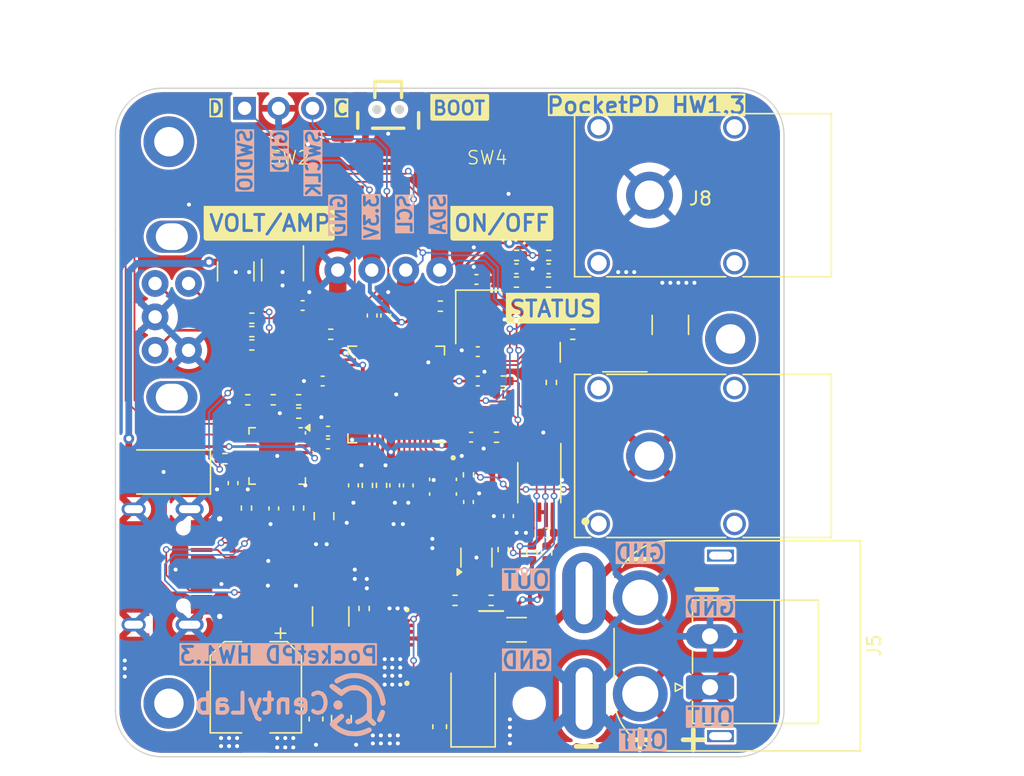
<source format=kicad_pcb>
(kicad_pcb (version 20241229) (generator "pcbnew") (generator_version "9.0")
  (layers (0 "F.Cu" signal) (2 "B.Cu" signal) (13 "F.Paste" user) (15 "B.Paste" user) (5 "F.SilkS" user "F.Silkscreen") (7 "B.SilkS" user "B.Silkscreen") (1 "F.Mask" user) (3 "B.Mask" user) (25 "Edge.Cuts" user))
  (net 0 "")
  (net 1 "+3.3V")
  (net 2 "GND")
  (net 3 "/Power/IFB")
  (net 4 "/Power/AP_5V")
  (net 5 "+1V1")
  (net 6 "/Power/AP_3V")
  (net 7 "VBUS")
  (net 8 "/MicroController/XIN")
  (net 9 "/Power/VBUS_Sensed")
  (net 10 "/Power/CC1")
  (net 11 "/Power/CC2")
  (net 14 "/MicroController/GPIO20")
  (net 15 "/MicroController/GPIO21")
  (net 16 "/MicroController/SWCLK")
  (net 17 "/MicroController/SWDIO")
  (net 18 "/Connection/V_OUTPUT")
  (net 19 "/MicroController/~{QSPI_CS}")
  (net 20 "/MicroController/~{RESET}")
  (net 21 "/MicroController/USB_D-")
  (net 22 "/MicroController/USB_D+")
  (net 23 "/MicroController/XOUT")
  (net 24 "/Power/OTP")
  (net 25 "/Power/SCL_0")
  (net 29 "/Power/SDA_0")
  (net 33 "/MicroController/GPIO2")
  (net 34 "/MicroController/GPIO3")
  (net 35 "/MicroController/GPIO6")
  (net 36 "/MicroController/GPIO7")
  (net 37 "/MicroController/GPIO8")
  (net 38 "/MicroController/GPIO9")
  (net 39 "/MicroController/GPIO10")
  (net 40 "/MicroController/GPIO11")
  (net 41 "/MicroController/GPIO12")
  (net 42 "/MicroController/GPIO13")
  (net 43 "/MicroController/GPIO14")
  (net 44 "/MicroController/GPIO15")
  (net 45 "/MicroController/GPIO16")
  (net 46 "/MicroController/GPIO17")
  (net 47 "/MicroController/GPIO18")
  (net 48 "/MicroController/GPIO19")
  (net 49 "/MicroController/GPIO0")
  (net 50 "/MicroController/GPIO1")
  (net 51 "/MicroController/GPIO22")
  (net 52 "/MicroController/GPIO25")
  (net 53 "/MicroController/ADC2")
  (net 54 "/MicroController/ADC3")
  (net 55 "/MicroController/QSPI_SD3")
  (net 56 "/MicroController/QSPI_SCLK")
  (net 57 "/MicroController/QSPI_SD0")
  (net 58 "/MicroController/QSPI_SD2")
  (net 59 "/MicroController/QSPI_SD1")
  (net 60 "/MicroController/D_Internal+")
  (net 61 "/MicroController/D_Internal-")
  (net 64 "/Power/IN-")
  (net 65 "/Power/IN+")
  (net 66 "Net-(D5-K)")
  (net 68 "Net-(C24-Pad1)")
  (net 70 "Net-(C26-Pad1)")
  (net 74 "/MicroController/~{BOOT}")
  (net 75 "Net-(C20-Pad1)")
  (net 76 "Net-(R26-Pad1)")
  (net 77 "Net-(R29-Pad1)")
  (net 78 "/MicroController/ADC1")
  (net 79 "/MicroController/ADC0")
  (net 80 "/MicroController/GPIO23")
  (net 82 "/Power/SWITCH_EN")
  (net 83 "Net-(R23-Pad1)")
  (net 84 "/Power/PD_INT_R")
  (net 85 "/MicroController/GPIO24")
  (net 94 "Net-(U7-~{Alert})")
  (footprint "Connector:Banana_Cliff_FCR7350R_S16N-PC_Horizontal" (layer "F.Cu") (at 75.5 61.4 180)
    (property "Reference" "J6" (hide yes))
    (property "Value" "BananaP")
  )
  (footprint "Package_TO_SOT_SMD:SOT-23-5" (layer "F.Cu") (at 48.06 47.5 -90)
    (property "Reference" "U4" (hide yes))
    (property "Value" "AP2204K-3.3")
  )
  (footprint "Diode_SMD:D_SMA" (layer "F.Cu") (at 73.66 51.6 90)
    (property "Reference" "D2" (hide yes))
    (property "Value" "D_Schottky")
  )
  (footprint "Centy_Miscellaneous:RotaryEncoder_EC11B_SW_Horizontal" (layer "F.Cu") (at 39.778 51 -90)
    (property "Reference" "SW1" (hide yes))
    (property "Value" "RotaryEncoder_Switch" (hide yes))
  )
  (footprint "Resistor_SMD:R_0402_1005Metric" (layer "F.Cu") (at 60.96 72.2)
    (property "Reference" "R21" (hide yes))
    (property "Value" "5.1k")
  )
  (footprint "Connector_AMASS:AMASS_XT60PW-M_1x02_P7.20mm_Horizontal" (layer "F.Cu") (at 74.81 72 -90)
    (property "Reference" "J5")
    (property "Value" "XT60-M")
  )
  (footprint "Package_DFN_QFN:QFN-56-1EP_7x7mm_P0.4mm_EP3.2x3.2mm" (layer "F.Cu") (at 56.56 56.8 180)
    (property "Reference" "U3" (hide yes))
    (property "Value" "RP2040")
  )
  (footprint "Resistor_SMD:R_0402_1005Metric" (layer "F.Cu") (at 49.27 58.2)
    (property "Reference" "R26" (hide yes))
    (property "Value" "1k")
  )
  (footprint "Resistor_SMD:R_0402_1005Metric" (layer "F.Cu") (at 55.46 63.6 90)
    (property "Reference" "R10" (hide yes))
    (property "Value" "27R")
  )
  (footprint "Centy_Miscellaneous:Button-SMD_TS24CA" (layer "F.Cu") (at 55.96 35.816217)
    (property "Reference" "SW5" (hide yes))
    (property "Value" "~")
    (fp_poly (pts (xy -0.502994 -0.370684) (xy -0.526642 -0.458939) (xy -0.572326 -0.538067) (xy -0.636933 -0.602674) (xy -0.716061 -0.648358) (xy -0.804316 -0.672006) (xy -0.895684 -0.672006) (xy -0.983939 -0.648358) (xy -1.063067 -0.602674) (xy -1.127674 -0.538067) (xy -1.173358 -0.458939) (xy -1.197006 -0.370684) (xy -1.197006 -0.279316) (xy -1.173358 -0.191061) (xy -1.127674 -0.111933) (xy -1.063067 -0.047326) (xy -0.983939 -0.001642) (xy -0.895684 0.022006) (xy -0.804316 0.022006) (xy -0.716061 -0.001642) (xy -0.636933 -0.047326) (xy -0.572326 -0.111933) (xy -0.526642 -0.191061) (xy -0.502994 -0.279316)) (fill yes) (layer "Edge.Cuts"))
    (fp_poly (pts (xy 1.197006 -0.370684) (xy 1.173358 -0.458939) (xy 1.127674 -0.538067) (xy 1.063067 -0.602674) (xy 0.983939 -0.648358) (xy 0.895684 -0.672006) (xy 0.804316 -0.672006) (xy 0.716061 -0.648358) (xy 0.636933 -0.602674) (xy 0.572326 -0.538067) (xy 0.526642 -0.458939) (xy 0.502994 -0.370684) (xy 0.502994 -0.279316) (xy 0.526642 -0.191061) (xy 0.572326 -0.111933) (xy 0.636933 -0.047326) (xy 0.716061 -0.001642) (xy 0.804316 0.022006) (xy 0.895684 0.022006) (xy 0.983939 -0.001642) (xy 1.063067 -0.047326) (xy 1.127674 -0.111933) (xy 1.173358 -0.191061) (xy 1.197006 -0.279316)) (fill yes) (layer "Edge.Cuts"))
  )
  (footprint "Capacitor_SMD:C_0402_1005Metric" (layer "F.Cu") (at 51.06 55.8 180)
    (property "Reference" "C8" (hide yes))
    (property "Value" "100nF")
  )
  (footprint "Capacitor_SMD:C_0402_1005Metric" (layer "F.Cu") (at 67.86 67.15)
    (property "Reference" "C21" (hide yes))
    (property "Value" "100nF")
  )
  (footprint "Capacitor_SMD:C_0402_1005Metric" (layer "F.Cu") (at 61.965 64.843 90)
    (property "Reference" "C19" (hide yes))
    (property "Value" "100nF")
  )
  (footprint "Resistor_SMD:R_0402_1005Metric" (layer "F.Cu") (at 64.06 60)
    (property "Reference" "R8" (hide yes))
    (property "Value" "5.1k")
  )
  (footprint "Capacitor_SMD:C_0402_1005Metric" (layer "F.Cu") (at 57.46 63.6 -90)
    (property "Reference" "C5" (hide yes))
    (property "Value" "100nF")
  )
  (footprint "Centy_Miscellaneous:VQFN-HR-16" (layer "F.Cu") (at 56.66 74.8 -90)
    (property "Reference" "U1" (hide yes))
    (property "Value" "LM73100")
  )
  (footprint "Capacitor_SMD:C_0805_2012Metric" (layer "F.Cu") (at 51.16 65.9 -90)
    (property "Reference" "C3" (hide yes))
    (property "Value" "1u")
  )
  (footprint "Resistor_SMD:R_0402_1005Metric" (layer "F.Cu") (at 47.36 57.2)
    (property "Reference" "R29" (hide yes))
    (property "Value" "1k")
  )
  (footprint "Resistor_SMD:R_0402_1005Metric" (layer "F.Cu") (at 45.46 57.2)
    (property "Reference" "R30" (hide yes))
    (property "Value" "1k")
  )
  (footprint "MountingHole:MountingHole_2.2mm_M2_DIN965_Pad" (layer "F.Cu") (at 39.56 37.9)
    (property "Reference" "H3" (hide yes))
    (property "Value" "MountingHole")
  )
  (footprint "Centy_Miscellaneous:VQFN-HR-16" (layer "F.Cu") (at 56.66 80.3 -90)
    (property "Reference" "U6" (hide yes))
    (property "Value" "LM73100")
  )
  (footprint "Capacitor_SMD:C_0402_1005Metric" (layer "F.Cu") (at 51.46 59.549 180)
    (property "Reference" "C12" (hide yes))
    (property "Value" "100nF")
  )
  (footprint "Resistor_SMD:R_0402_1005Metric" (layer "F.Cu") (at 45.36 65.3 90)
    (property "Reference" "R5" (hide yes))
    (property "Value" "5.1k")
  )
  (footprint "Resistor_SMD:R_0402_1005Metric" (layer "F.Cu") (at 45.76 53.1 180)
    (property "Reference" "R15" (hide yes))
    (property "Value" "10k")
  )
  (footprint "Resistor_SMD:R_0402_1005Metric" (layer "F.Cu") (at 65.55 48.4 180)
    (property "Reference" "R18" (hide yes))
    (property "Value" "1k")
  )
  (footprint "Resistor_SMD:R_0402_1005Metric" (layer "F.Cu") (at 64.56 55.8)
    (property "Reference" "R3" (hide yes))
    (property "Value" "5.1k")
  )
  (footprint "Capacitor_SMD:C_0402_1005Metric" (layer "F.Cu") (at 67.96 47.4 180)
    (property "Reference" "C24" (hide yes))
    (property "Value" "100nF")
  )
  (footprint "Capacitor_SMD:C_0402_1005Metric" (layer "F.Cu") (at 64.96 65.9 90)
    (property "Reference" "C1" (hide yes))
    (property "Value" "100nF" (hide yes))
  )
  (footprint "Capacitor_SMD:C_1210_3225Metric" (layer "F.Cu") (at 77.06 51.6 -90)
    (property "Reference" "C23" (hide yes))
    (property "Value" "10u")
  )
  (footprint "Capacitor_SMD:C_0805_2012Metric" (layer "F.Cu") (at 52.46 81.075 90)
    (property "Reference" "C27" (hide yes))
    (property "Value" "1u")
  )
  (footprint "MountingHole:MountingHole_2.2mm_M2_DIN965_Pad" (layer "F.Cu") (at 39.56 79.9)
    (property "Reference" "H2" (hide yes))
    (property "Value" "MountingHole")
  )
  (footprint "Resistor_SMD:R_0402_1005Metric" (layer "F.Cu") (at 49.26 65.3 90)
    (property "Reference" "R4" (hide yes))
    (property "Value" "5.1k")
  )
  (footprint "Resistor_SMD:R_1206_3216Metric" (layer "F.Cu") (at 65.56 74.4 180)
    (property "Reference" "R1" (hide yes))
    (property "Value" "5mR")
  )
  (footprint "Resistor_SMD:R_0402_1005Metric" (layer "F.Cu") (at 67.96 46.4)
    (property "Reference" "R7" (hide yes))
    (property "Value" "10k")
  )
  (footprint "Package_TO_SOT_SMD:SOT-353_SC-70-5" (layer "F.Cu") (at 62.56 69 90)
    (property "Reference" "U8" (hide yes))
    (property "Value" "74LVC1G17")
  )
  (footprint "Capacitor_SMD:C_0402_1005Metric" (layer "F.Cu") (at 51.46 60.5 180)
    (property "Reference" "C13" (hide yes))
    (property "Value" "2.2uF")
  )
  (footprint "Resistor_SMD:R_0402_1005Metric" (layer "F.Cu") (at 54.402 63.6 90)
    (property "Reference" "R11" (hide yes))
    (property "Value" "27R")
  )
  (footprint "Resistor_SMD:R_0402_1005Metric" (layer "F.Cu") (at 51.66 52.3)
    (property "Reference" "R9" (hide yes))
    (property "Value" "10k")
  )
  (footprint "Interface_USBC:QFN-24-1EP_4x4mm_P0.5mm_EP2.6x2.6mm" (layer "F.Cu") (at 47.66 61.4 -90)
    (property "Reference" "U2" (hide yes))
    (property "Value" "AP33772")
  )
  (footprint "Resistor_SMD:R_0402_1005Metric" (layer "F.Cu") (at 69.76 52.3)
    (property "Reference" "R22" (hide yes))
    (property "Value" "10k")
  )
  (footprint "Centy_Miscellaneous:8-USON" (layer "F.Cu") (at 60.06 63.7 -90)
    (property "Reference" "U5" (hide yes))
    (property "Value" "W25Q16JVUXIQ_TR")
  )
  (footprint "Resistor_SMD:R_0402_1005Metric" (layer "F.Cu") (at 61.965 62.811 90)
    (property "Reference" "R6" (hide yes))
    (property "Value" "10k")
  )
  (footprint "Capacitor_SMD:C_1210_3225Metric" (layer "F.Cu") (at 51.66 73.4 -90)
    (property "Reference" "C22" (hide yes))
    (property "Value" "10u")
  )
  (footprint "Capacitor_SMD:C_0402_1005Metric" (layer "F.Cu") (at 49.56 50.15)
    (property "Reference" "C18" (hide yes))
    (property "Value" "2.2uF")
  )
  (footprint "Diode_TVS:SON50P100X255X50-10N" (layer "F.Cu") (at 44.9596 69.5)
    (property "Reference" "D1" (hide yes))
    (property "Value" "TPD4E05U06DQAR" (hide yes))
  )
  (footprint "MountingHole:MountingHole_2.2mm_M2_DIN965_Pad" (layer "F.Cu") (at 81.56 52.65)
    (property "Reference" "H5" (hide yes))
    (property "Value" "MountingHole")
  )
  (footprint "Capacitor_SMD:C_0402_1005Metric" (layer "F.Cu") (at 53.36 63.6 -90)
    (property "Reference" "C6" (hide yes))
    (property "Value" "2.2uF")
  )
  (footprint "Resistor_SMD:R_0402_1005Metric" (layer "F.Cu") (at 64.56 68.4 90)
    (property "Reference" "R23" (hide yes))
    (property "Value" "5.1k")
  )
  (footprint "Package_SO:VSSOP-10_3x3mm_P0.5mm" (layer "F.Cu") (at 67.26 63.4 -90)
    (property "Reference" "U7" (hide yes))
    (property "Value" "INA226")
  )
  (footprint "Resistor_SMD:R_0402_1005Metric" (layer "F.Cu") (at 64.56 56.8)
    (property "Reference" "R2" (hide yes))
    (property "Value" "5.1k")
  )
  (footprint "Resistor_SMD:R_0402_1005Metric" (layer "F.Cu") (at 66.71 68.65 -90)
    (property "Reference" "R13" (hide yes))
    (property "Value" "10R")
  )
  (footprint "Capacitor_SMD:C_0603_1608Metric" (layer "F.Cu") (at 50.56 81.075 90)
    (property "Reference" "C28" (hide yes))
    (property "Value" "100n")
  )
  (footprint "Capacitor_SMD:C_0402_1005Metric" (layer "F.Cu") (at 54.76 50.9 90)
    (property "Reference" "C4" (hide yes))
    (property "Value" "100nF")
  )
  (footprint "Capacitor_SMD:C_0402_1005Metric" (layer "F.Cu") (at 65.55 47.4)
    (property "Reference" "C26" (hide yes))
    (property "Value" "100nF")
  )
  (footprint "Resistor_SMD:R_0402_1005Metric" (layer "F.Cu") (at 45.76 52.1 180)
    (property "Reference" "R16" (hide yes))
    (property "Value" "10k")
  )
  (footprint "Capacitor_SMD:C_1210_3225Metric" (layer "F.Cu") (at 44.56 47.6 -90)
    (property "Reference" "C15" (hide yes))
    (property "Value" "10u")
  )
  (footprint "Resistor_SMD:R_0402_1005Metric" (layer "F.Cu") (at 59.86 50.2 180)
    (property "Reference" "R12" (hide yes))
    (property "Value" "1k")
  )
  (footprint "Capacitor_SMD:C_0402_1005Metric" (layer "F.Cu") (at 62.16 60)
    (property "Reference" "C10" (hide yes))
    (property "Value" "100nF")
  )
  (footprint "Connector_Phoenix_MC:PhoenixContact_MC_1,5_2-G-3.81_1x02_P3.81mm_Horizontal" (layer "F.Cu") (at 80.0275 78.7 90)
    (property "Reference" "J9" (hide yes))
    (property "Value" "ScrewTerminal")
  )
  (footprint "Resistor_SMD:R_0402_1005Metric" (layer "F.Cu") (at 67.95 48.4)
    (property "Reference" "R27" (hide yes))
    (property "Value" "1k")
  )
  (footprint "Centy_Miscellaneous:Button_6.2x6.2x12mm" (layer "F.Cu") (at 48.59 39.6)
    (property "Reference" "SW2")
    (property "Value" "SW_Select" (hide yes))
  )
  (footprint "Diode_SMD:D_SMA" (layer "F.Cu") (at 62.31 79.65 90)
    (property "Reference" "D6" (hide yes))
    (property "Value" "D_TVS")
  )
  (footprint "Connector_USBC:USB_C_GSwitch" (layer "F.Cu") (at 42.26 69.7 -90)
    (property "Reference" "J1" (hide yes))
    (property "Value" "USB_C_Receptacle")
  )
  (footprint "Capacitor_SMD:C_0402_1005Metric" (layer "F.Cu") (at 62.66 53.6 180)
    (property "Reference" "C16" (hide yes))
    (property "Value" "30pF")
  )
  (footprint "Resistor_SMD:R_0402_1005Metric" (layer "F.Cu") (at 54.16 72.81 90)
    (property "Reference" "TH1" (hide yes))
    (property "Value" "Thermistor_NTC")
  )
  (footprint "Centy_Miscellaneous:Conn_OLED_PocketPD" (layer "F.Cu") (at 56 47.5)
    (property "Reference" "J4" (hide yes))
    (property "Value" "OLED")
  )
  (footprint "Connector_PinHeader_2.54mm:PinHeader_1x03_P2.54mm_Vertical" (layer "F.Cu") (at 45.22 35.4 90)
    (property "Reference" "J3" (hide yes))
    (property "Value" "SWD")
  )
  (footprint "Capacitor_SMD:C_0402_1005Metric" (layer "F.Cu") (at 55.776 50.9 90)
    (property "Reference" "C7" (hide yes))
    (property "Value" "100nF")
  )
  (footprint "Centy_Miscellaneous:Conn_ASMPR45-1X2-RK" (layer "F.Cu") (at 70.61 71.65 -90)
    (property "Reference" "J2" (hide yes))
    (property "Value" "ASMPR45-1X2-RK")
  )
  (footprint "Crystal:Crystal_SMD_3225-4Pin_3.2x2.5mm" (layer "F.Cu") (at 62.66 51 -90)
    (property "Reference" "Y1" (hide yes))
    (property "Value" "12MHz")
  )
  (footprint "Capacitor_SMD:C_0402_1005Metric" (layer "F.Cu") (at 62.56 48.2)
    (property "Reference" "C20" (hide yes))
    (property "Value" "30pF")
  )
  (footprint "Resistor_SMD:R_0402_1005Metric" (layer "F.Cu") (at 63.66 72.2)
    (property "Reference" "R25" (hide yes))
    (property "Value" "10R")
  )
  (footprint "LED_SMD:LED_0603_1608Metric" (layer "F.Cu") (at 70.31 53.65)
    (property "Reference" "D5" (hide yes))
    (property "Value" "RED")
  )
  (footprint "Resistor_SMD:R_0402_1005Metric" (layer "F.Cu") (at 43.75 61.6)
    (property "Reference" "R24" (hide yes))
    (property "Value" "5.1k")
  )
  (footprint "Capacitor_SMD:C_0402_1005Metric" (layer "F.Cu") (at 47.406 65.326 -90)
    (property "Reference" "C2" (hide yes))
    (property "Value" "100nF")
  )
  (footprint "Capacitor_SMD:C_0402_1005Metric" (layer "F.Cu") (at 44.36 63.432 -90)
    (property "Reference" "C14" (hide yes))
    (property "Value" "100nF")
  )
  (footprint "Capacitor_SMD:C_0402_1005Metric" (layer "F.Cu") (at 56.444 63.6 -90)
    (property "Reference" "C9" (hide yes))
    (property "Value" "100nF")
  )
  (footprint "MountingHole:MountingHole_2.2mm_M2_DIN965" (layer "F.Cu") (at 66.5 79.9)
    (property "Reference" "H1" (hide yes))
    (property "Value" "MountingHole")
  )
  (footprint "Resistor_SMD:R_0402_1005Metric" (layer "F.Cu") (at 45.76 51.1 180)
    (property "Reference" "R19" (hide yes))
    (property "Value" "10k")
  )
  (footprint "Connector:Banana_Cliff_FCR7350B_S16N-PC_Horizontal" (layer "F.Cu") (at 75.5 41.9 180)
    (property "Reference" "J8")
    (property "Value" "BananaN")
  )
  (footprint "Centy_Miscellaneous:Button_6.2x6.2x12mm" (layer "F.Cu") (at 63.36 39.6)
    (property "Reference" "SW4")
    (property "Value" "SW_OutPut" (hide yes))
  )
  (footprint "Capacitor_SMD:C_0402_1005Metric" (layer "F.Cu") (at 62.66 55.8)
    (property "Reference" "C11" (hide yes))
    (property "Value" "100nF")
  )
  (footprint "Resistor_SMD:R_0402_1005Metric" (layer "F.Cu") (at 65.56 46.4 180)
    (property "Reference" "R17" (hide yes))
    (property "Value" "10k")
  )
  (footprint "Resistor_SMD:R_0402_1005Metric" (layer "F.Cu") (at 68.16 55.9 -90)
    (property "Reference" "R20" (hide yes))
    (property "Value" "1k")
  )
  (footprint "Capacitor_SMD:C_0603_1608Metric" (layer "F.Cu") (at 59.81 81.65 90)
    (property "Reference" "C30" (hide yes))
    (property "Value" "100n")
  )
  (footprint "Diode_SMD:D_SMA" (layer "F.Cu") (at 39.16 62.6 180)
    (property "Reference" "D3" (hide yes))
    (property "Value" "D_TVS")
  )
  (footprint "Resistor_SMD:R_0402_1005Metric" (layer "F.Cu") (at 49.26 57.2)
    (property "Reference" "R28" (hide yes))
    (property "Value" "10k")
  )
  (footprint "Resistor_SMD:R_0402_1005Metric" (layer "F.Cu") (at 67.81 68.65 90)
    (property "Reference" "R14" (hide yes))
    (property "Value" "10R")
  )
  (footprint "Capacitor_SMD:CP_Elec_6.3x7.7" (layer "F.Cu") (at 46.06 78.7 -90)
    (property "Reference" "C17" (hide yes))
    (property "Value" "100u")
  )
  (footprint "Logo:CentyLab_logo" (layer "B.Cu") (at 53.66 80 180)
    (property "Reference" "G***" (hide yes))
    (property "Value" "LOGO" (hide yes))
  )
  (gr_rect (start 42.36 42.9) (end 51.76 45.1) (stroke (width 0.4)) (fill no) (layer "F.SilkS"))
  (gr_rect (start 64.96 49.4) (end 71.56 51.3) (stroke (width 0.4)) (fill no) (layer "F.SilkS"))
  (gr_line (start 62.76 73) (end 64.56 73) (stroke (width 0.15)) (layer "F.SilkS"))
  (gr_rect (start 60.81 42.9) (end 68.11 45.1) (stroke (width 0.4)) (fill no) (layer "F.SilkS"))
  (gr_rect (start 59.26 34.478) (end 63.36 36.178) (stroke (width 0.3)) (fill no) (layer "F.SilkS"))
  (gr_line (start 35.56 80.4) (end 35.56 37.4) (stroke (width 0.1)) (layer "Edge.Cuts"))
  (gr_arc (start 85.56 80.4) (mid 84.534874 82.874874) (end 82.06 83.9) (stroke (width 0.1)) (layer "Edge.Cuts"))
  (gr_line (start 85.56 37.4) (end 85.56 80.4) (stroke (width 0.1)) (layer "Edge.Cuts"))
  (gr_line (start 82.06 83.9) (end 39.06 83.9) (stroke (width 0.1)) (layer "Edge.Cuts"))
  (gr_arc (start 35.56 37.4) (mid 36.585126 34.925126) (end 39.06 33.9) (stroke (width 0.1)) (layer "Edge.Cuts"))
  (gr_arc (start 82.06 33.9) (mid 84.534874 34.925126) (end 85.56 37.4) (stroke (width 0.1)) (layer "Edge.Cuts"))
  (gr_line (start 39.06 33.9) (end 82.06 33.9) (stroke (width 0.1)) (layer "Edge.Cuts"))
  (gr_arc (start 39.06 83.9) (mid 36.585126 82.874874) (end 35.56 80.4) (stroke (width 0.1)) (layer "Edge.Cuts"))
  (gr_text "BOOT" (at 61.26 35.978 0) (layer "F.SilkS" knockout) (effects (font (size 1 1) (thickness 0.2) (bold yes)) (justify bottom)))
  (gr_text "C" (at 52.46 36 0) (layer "F.SilkS" knockout) (effects (font (size 1 1) (thickness 0.2) (bold yes)) (justify bottom)))
  (gr_text "PocketPD HW1.3" (at 75.26 35.9 0) (layer "F.SilkS" knockout) (effects (font (size 1.2 1.2) (thickness 0.22) (bold yes)) (justify bottom)))
  (gr_text "-" (at 73.31 70.15 0) (layer "F.SilkS") (effects (font (size 2 2) (thickness 0.35) (bold yes)) (justify left bottom)))
  (gr_text "-" (at 69.31 84.15 0) (layer "F.SilkS") (effects (font (size 2 2) (thickness 0.35) (bold yes)) (justify left bottom)))
  (gr_text "+" (at 73.31 83.65 0) (layer "F.SilkS") (effects (font (size 2 2) (thickness 0.35) (bold yes)) (justify left bottom)))
  (gr_text "-" (at 78.31 72.4 0) (layer "F.SilkS") (effects (font (size 2 2) (thickness 0.35) (bold yes)) (justify left bottom)))
  (gr_text "+" (at 77.31 83.65 0) (layer "F.SilkS") (effects (font (size 2 2) (thickness 0.35) (bold yes)) (justify left bottom)))
  (gr_text "D" (at 43.06 36 0) (layer "F.SilkS" knockout) (effects (font (size 1 1) (thickness 0.2) (bold yes)) (justify bottom)))
  (gr_text "ON/OFF" (at 60.76 44.7 0) (layer "F.SilkS" knockout) (effects (font (size 1.2 1.2) (thickness 0.22) (bold yes)) (justify left bottom)))
  (gr_text "VOLT/AMP" (at 42.46 44.7 0) (layer "F.SilkS" knockout) (effects (font (size 1.2 1.2) (thickness 0.22) (bold yes)) (justify left bottom)))
  (gr_text "STATUS" (at 68.26 51.1 0) (layer "F.SilkS" knockout) (effects (font (size 1.2 1.2) (thickness 0.22) (bold yes)) (justify bottom)))
  (gr_text "GND" (at 52.81 43.4 90) (layer "B.SilkS" knockout) (effects (font (size 1 1) (thickness 0.2) (bold yes)) (justify bottom mirror)))
  (gr_text "GND" (at 80.06 73.4 0) (layer "B.SilkS" knockout) (effects (font (size 1.2 1.2) (thickness 0.22) (bold yes)) (justify bottom mirror)))
  (gr_text "OUT" (at 66.31 71.4 0) (layer "B.SilkS" knockout) (effects (font (size 1.2 1.2) (thickness 0.22) (bold yes)) (justify bottom mirror)))
  (gr_text "SWCLK" (at 50.96 39.5 90) (layer "B.SilkS" knockout) (effects (font (size 1 1) (thickness 0.2) (bold yes)) (justify bottom mirror)))
  (gr_text "SWDIO" (at 45.86 39.3 90) (layer "B.SilkS" knockout) (effects (font (size 1 1) (thickness 0.2) (bold yes)) (justify bottom mirror)))
  (gr_text "PocketPD HW1.3" (at 47.76 77 0) (layer "B.SilkS" knockout) (effects (font (size 1.2 1.2) (thickness 0.22) (bold yes)) (justify bottom mirror)))
  (gr_text "SDA" (at 60.31 43.280952 90) (layer "B.SilkS" knockout) (effects (font (size 1 1) (thickness 0.2) (bold yes)) (justify bottom mirror)))
  (gr_text "GND" (at 48.46 38.6 90) (layer "B.SilkS" knockout) (effects (font (size 1 1) (thickness 0.2) (bold yes)) (justify bottom mirror)))
  (gr_text "CentyLab" (at 51.76 80.8 0) (layer "B.SilkS") (effects (font (size 1.5 1.5) (thickness 0.3) (bold yes)) (justify left bottom mirror)))
  (gr_text "OUT" (at 80.06 81.65 0) (layer "B.SilkS" knockout) (effects (font (size 1.2 1.2) (thickness 0.22) (bold yes)) (justify bottom mirror)))
  (gr_text "3.3V" (at 55.31 43.495238 90) (layer "B.SilkS" knockout) (effects (font (size 1 1) (thickness 0.2) (bold yes)) (justify bottom mirror)))
  (gr_text "GND" (at 74.81 69.4 0) (layer "B.SilkS" knockout) (effects (font (size 1.2 1.2) (thickness 0.22) (bold yes)) (justify bottom mirror)))
  (gr_text "SCL" (at 57.81 43.257143 90) (layer "B.SilkS" knockout) (effects (font (size 1 1) (thickness 0.2) (bold yes)) (justify bottom mirror)))
  (gr_text "GND" (at 66.31 77.4 0) (layer "B.SilkS" knockout) (effects (font (size 1.2 1.2) (thickness 0.22) (bold yes)) (justify bottom mirror)))
  (gr_text "OUT" (at 75.06 83.4 0) (layer "B.SilkS" knockout) (effects (font (size 1.2 1.2) (thickness 0.22) (bold yes)) (justify bottom mirror)))
  (segment (start 61.26 64.026) (end 61.965 63.321) (width 0.13) (layer "F.Cu") (net 1))
  (segment (start 46.27 51.1) (end 46.395 50.975) (width 0.25) (layer "F.Cu") (net 1))
  (segment (start 64.46 66.88) (end 64.96 66.38) (width 0.4) (layer "F.Cu") (net 1))
  (segment (start 49.08 50.15) (end 48.21 50.15) (width 0.13) (layer "F.Cu") (net 1))
  (segment (start 66.76 46.4) (end 66.07 46.4) (width 0.13) (layer "F.Cu") (net 1))
  (segment (start 50.5 51.65) (end 51.15 52.3) (width 0.4) (layer "F.Cu") (net 1))
  (segment (start 56.88 51.48) (end 56.96 51.4) (width 0.2) (layer "F.Cu") (net 1))
  (segment (start 46.27 51.1) (end 46.27 52.1) (width 0.25) (layer "F.Cu") (net 1))
  (segment (start 49.01 48.6375) (end 49.01 50.08) (width 0.5) (layer "F.Cu") (net 1))
  (segment (start 64.96 66.38) (end 66.26 66.38) (width 0.3) (layer "F.Cu") (net 1))
  (segment (start 53.86 59.4) (end 54.06 59.2) (width 0.3) (layer "F.Cu") (net 1))
  (segment (start 63.76 62.8) (end 63.76 64.3) (width 0.4) (layer "F.Cu") (net 1))
  (segment (start 57.280372 51.4) (end 59.929372 48.751) (width 0.2) (layer "F.Cu") (net 1))
  (segment (start 56.36 53.3625) (end 56.36 51.964) (width 0.2) (layer "F.Cu") (net 1))
  (segment (start 54.06 55.8) (end 54.06 54.6) (width 0.3) (layer "F.Cu") (net 1))
  (segment (start 52.66 53.6) (end 51.581786 53.6) (width 0.4) (layer "F.Cu") (net 1))
  (segment (start 61.965 65.323) (end 61.592 64.95) (width 0.13) (layer "F.Cu") (net 1))
  (segment (start 63.445537 45.470942) (end 65.024463 45.470942) (width 0.2) (layer "F.Cu") (net 1))
  (segment (start 51.581786 53.6) (end 51.09 53.108214) (width 0.4) (layer "F.Cu") (net 1))
  (segment (start 59.06 56.1) (end 59.36 55.8) (width 0.3) (layer "F.Cu") (net 1))
  (segment (start 61.91 68.05) (end 63.365001 66.594999) (width 0.3) (layer "F.Cu") (net 1))
  (segment (start 62.18 61.12) (end 62.18 61.22) (width 0.4) (layer "F.Cu") (net 1))
  (segment (start 59.36 55.8) (end 59.46 55.8) (width 0.2) (layer "F.Cu") (net 1))
  (segment (start 51.09 53.108214) (end 51.09 52.36) (width 0.4) (layer "F.Cu") (net 1))
  (segment (start 62.737 65.966999) (end 63.365001 66.594999) (width 0.4) (layer "F.Cu") (net 1))
  (segment (start 63.365001 66.594999) (end 63.650001 66.88) (width 0.4) (layer "F.Cu") (net 1))
  (segment (start 61.66 60.6) (end 61.66 60.02) (width 0.3) (layer "F.Cu") (net 1))
  (segment (start 59.46 55.8) (end 59.9975 55.8) (width 0.2) (layer "F.Cu") (net 1))
  (segment (start 46.27 52.1) (end 46.27 53.1) (width 0.25) (layer "F.Cu") (net 1))
  (segment (start 61.26 64.95) (end 61.26 64.026) (width 0.13) (layer "F.Cu") (net 1))
  (segment (start 57.16 54.9) (end 56.36 54.1) (width 0.3) (layer "F.Cu") (net 1))
  (segment (start 55.876 51.48) (end 56.88 51.48) (width 0.2) (layer "F.Cu") (net 1))
  (segment (start 49.31 51.65) (end 50.5 51.65) (width 0.4) (layer "F.Cu") (net 1))
  (segment (start 59.36 55.8) (end 58.46 54.9) (width 0.3) (layer "F.Cu") (net 1))
  (segment (start 48.21 50.15) (end 47.26 51.1) (width 0.13) (layer "F.Cu") (net 1))
  (segment (start 61.859 47.220182) (end 61.859 47.057479) (width 0.2) (layer "F.Cu") (net 1))
  (segment (start 53.1225 59.4) (end 53.584264 59.4) (width 0.2) (layer "F.Cu") (net 1))
  (segment (start 59.9975 59.4) (end 59.36 59.4) (width 0.2) (layer "F.Cu") (net 1))
  (segment (start 63.18 56.8) (end 63.95 56.8) (width 0.13) (layer "F.Cu") (net 1))
  (segment (start 61.68 60) (end 61.08 59.4) (width 0.3) (layer "F.Cu") (net 1))
  (segment (start 61.965 65.323) (end 62.737 65.323) (width 0.4) (layer "F.Cu") (net 1))
  (segment (start 53.584264 59.4) (end 53.86 59.4) (width 0.2) (layer "F.Cu") (net 1))
  (segment (start 52.76 53.7) (end 52.66 53.6) (width 0.4) (layer "F.Cu") (net 1))
  (segment (start 54.06 59.2) (end 54.06 55.8) (width 0.3) (layer "F.Cu") (net 1))
  (segment (start 62.737 65.323) (end 62.737 65.966999) (width 0.4) (layer "F.Cu") (net 1))
  (segment (start 61.66 60.6) (end 62.18 61.12) (width 0.4) (layer "F.Cu") (net 1))
  (segment (start 62.18 61.22) (end 63.76 62.8) (width 0.4) (layer "F.Cu") (net 1))
  (segment (start 67.45 46.4) (end 66.76 46.4) (width 0.13) (layer "F.Cu") (net 1))
  (segment (start 51.54 55.8) (end 53.1225 55.8) (width 0.2) (layer "F.Cu") (net 1))
  (segment (start 59.929372 48.751) (end 60.328182 48.751) (width 0.2) (layer "F.Cu") (net 1))
  (segment (start 49.08 50.15) (end 49.08 51.42) (width 0.4) (layer "F.Cu") (net 1))
  (segment (start 62.18 55.8) (end 59.9975 55.8) (width 0.2) (layer "F.Cu") (net 1))
  (segment (start 59.06 59.1) (end 59.06 56.1) (width 0.3) (layer "F.Cu") (net 1))
  (segment (start 61.592 64.95) (end 61.26 64.95) (width 0.13) (layer "F.Cu") (net 1))
  (segment (start 63.76 64.3) (end 62.737 65.323) (width 0.4) (layer "F.Cu") (net 1))
  (segment (start 60.328182 48.751) (end 61.859 47.220182) (width 0.2) (layer "F.Cu") (net 1))
  (segment (start 58.46 54.9) (end 57.16 54.9) (width 0.3) (layer "F.Cu") (net 1))
  (segment (start 46.335 51.035) (end 46.27 51.1) (width 0.13) (layer "F.Cu") (net 1))
  (segment (start 59.36 59.4) (end 59.06 59.1) (width 0.3) (layer "F.Cu") (net 1))
  (segment (start 64.05 56.8) (end 64.05 55.8) (width 0.13) (layer "F.Cu") (net 1))
  (segment (start 56.36 54.1) (end 56.36 53.3625) (width 0.2) (layer "F.Cu") (net 1))
  (segment (start 61.08 59.4) (end 59.9975 59.4) (width 0.2) (layer "F.Cu") (net 1))
  (segment (start 59.96 60.6) (end 61.66 60.6) (width 0.4) (layer "F.Cu") (net 1))
  (segment (start 61.26 64.95) (end 60.81 64.95) (width 0.13) (layer "F.Cu") (net 1))
  (segment (start 53.1225 55.8) (end 54.06 55.8) (width 0.2) (layer "F.Cu") (net 1))
  (segment (start 66.26 66.38) (end 66.26 65.6) (width 0.3) (layer "F.Cu") (net 1))
  (segment (start 61.859 47.057479) (end 63.445537 45.470942) (width 0.2) (layer "F.Cu") (net 1))
  (segment (start 56.96 51.4) (end 57.280372 51.4) (width 0.2) (layer "F.Cu") (net 1))
  (segment (start 61.66 60.02) (end 61.68 60) (width 0.3) (layer "F.Cu") (net 1))
  (segment (start 49.08 51.42) (end 49.31 51.65) (width 0.4) (layer "F.Cu") (net 1))
  (segment (start 63.650001 66.88) (end 64.46 66.88) (width 0.4) (layer "F.Cu") (net 1))
  (segment (start 49.01 50.08) (end 49.08 50.15) (width 0.5) (layer "F.Cu") (net 1))
  (segment (start 56.36 51.964) (end 55.876 51.48) (width 0.2) (layer "F.Cu") (net 1))
  (segment (start 62.18 55.8) (end 63.18 56.8) (width 0.13) (layer "F.Cu") (net 1))
  (segment (start 47.26 51.1) (end 46.27 51.1) (width 0.13) (layer "F.Cu") (net 1))
  (via (at 59.96 60.6) (size 0.5) (drill 0.3) (layers "F.Cu" "B.Cu") (net 1))
  (via (at 53.26 60.2) (size 0.5) (drill 0.3) (layers "F.Cu" "B.Cu") (net 1))
  (via (at 54.06 54.6) (size 0.5) (drill 0.3) (layers "F.Cu" "B.Cu") (net 1))
  (via (at 65.024463 45.470942) (size 0.8) (drill 0.4) (layers "F.Cu" "B.Cu") (net 1))
  (via (at 66.76 46.4) (size 0.5) (drill 0.3) (layers "F.Cu" "B.Cu") (net 1))
  (via (at 61.26 55.8) (size 0.5) (drill 0.3) (layers "F.Cu" "B.Cu") (net 1))
  (via (at 52.76 53.7) (size 0.5) (drill 0.3) (layers "F.Cu" "B.Cu") (net 1))
  (via (at 56.16 61.1) (size 0.5) (drill 0.3) (layers "F.Cu" "B.Cu") (net 1))
  (via (at 56.96 51.4) (size 0.5) (drill 0.3) (layers "F.Cu" "B.Cu") (net 1))
  (segment (start 54.59 49.13) (end 54.59 48) (width 0.3) (layer "B.Cu") (net 1))
  (segment (start 55.26 60.2) (end 53.26 60.2) (width 0.4) (layer "B.Cu") (net 1))
  (segment (start 54.06 54.6) (end 53.66 54.6) (width 0.3) (layer "B.Cu") (net 1))
  (segment (start 56.86 51.4) (end 54.59 49.13) (width 0.3) (layer "B.Cu") (net 1))
  (segment (start 65.830942 45.470942) (end 66.76 46.4) (width 0.2) (layer "B.Cu") (net 1))
  (segment (start 65.024463 45.470942) (end 65.830942 45.470942) (width 0.2) (layer "B.Cu") (net 1))
  (segment (start 56.66 60.6) (end 59.96 60.6) (width 0.4) (layer "B.Cu") (net 1))
  (segment (start 56.96 51.4) (end 56.86 51.4) (width 0.3) (layer "B.Cu") (net 1))
  (segment (start 53.66 54.6) (end 52.76 53.7) (width 0.3) (layer "B.Cu") (net 1))
  (segment (start 56.16 61.1) (end 56.66 60.6) (width 0.4) (layer "B.Cu") (net 1))
  (segment (start 56.16 61.1) (end 55.26 60.2) (width 0.4) (layer "B.Cu") (net 1))
  (segment (start 53.56 36) (end 53.66 35.9) (width 0.25) (layer "F.Cu") (net 2))
  (segment (start 41.76 73.05) (end 41.76 73.37) (width 0.7) (layer "F.Cu") (net 2))
  (segment (start 54.26 36.591217) (end 54.26 36.4) (width 0.25) (layer "F.Cu") (net 2))
  (segment (start 53.835 34.841217) (end 52.501217 34.841217) (width 0.25) (layer "F.Cu") (net 2))
  (segment (start 59.31 63.15) (end 59.36 63.2) (width 0.3) (layer "F.Cu") (net 2))
  (segment (start 59.31 62.45) (end 59.31 63.15) (width 0.3) (layer "F.Cu") (net 2))
  (segment (start 54.06 36.2) (end 53.56 36.2) (width 0.25) (layer "F.Cu") (net 2))
  (segment (start 59.36 63.7) (end 59.36 63.2) (width 0.3) (layer "F.Cu") (net 2))
  (segment (start 41.76 66.355) (end 41.76 66.03) (width 0.6) (layer "F.Cu") (net 2))
  (segment (start 43.105 66.355) (end 43.36 66.1) (width 0.6) (layer "F.Cu") (net 2))
  (segment (start 60.06 63.7) (end 59.36 63.7) (width 0.3) (layer "F.Cu") (net 2))
  (segment (start 66.76 47.4) (end 67.48 47.4) (width 0.2) (layer "F.Cu") (net 2))
  (segment (start 54.26 36.4) (end 54.06 36.2) (width 0.25) (layer "F.Cu") (net 2))
  (segment (start 41.76 66.03) (end 41.11 65.38) (width 0.6) (layer "F.Cu") (net 2))
  (segment (start 53.56 36.2) (end 53.56 36) (width 0.25) (layer "F.Cu") (net 2))
  (segment (start 41.76 73.37) (end 41.11 74.02) (width 0.7) (layer "F.Cu") (net 2))
  (segment (start 41.76 73.05) (end 43.01 73.05) (width 0.4) (layer "F.Cu") (net 2))
  (segment (start 53.66 34.816217) (end 53.835 34.641217) (width 0.25) (layer "F.Cu") (net 2))
  (segment (start 53.66 35.9) (end 53.66 34.816217) (width 0.25) (layer "F.Cu") (net 2))
  (segment (start 66.03 47.4) (end 66.76 47.4) (width 0.2) (layer "F.Cu") (net 2))
  (segment (start 43.01 73.05) (end 43.36 73.4) (width 0.4) (layer "F.Cu") (net 2))
  (segment (start 41.76 66.355) (end 43.105 66.355) (width 0.6) (layer "F.Cu") (net 2))
  (via (at 43.46 83.1) (size 0.5) (drill 0.3) (layers "F.Cu" "B.Cu") (net 2))
  (via (at 43.4864 70.9792) (size 0.5) (drill 0.3) (layers "F.Cu" "B.Cu") (net 2))
  (via (at 44.56 47.65) (size 0.5) (drill 0.3) (layers "F.Cu" "B.Cu") (net 2))
  (via (at 46.96 71.1) (size 0.5) (drill 0.3) (layers "F.Cu" "B.Cu") (net 2))
  (via (at 47.16 66.5) (size 0.5) (drill 0.3) (layers "F.Cu" "B.Cu") (net 2))
  (via (at 65.06 82.9) (size 0.5) (drill 0.3) (layers "F.Cu" "B.Cu") (net 2))
  (via (at 66.26 67.15) (size 0.5) (drill 0.3) (layers "F.Cu" "B.Cu") (net 2))
  (via (at 49.06 71.1) (size 0.5) (drill 0.3) (layers "F.Cu" "B.Cu") (net 2))
  (via (at 47.66 61.4) (size 0.5) (drill 0.3) (layers "F.Cu" "B.Cu") (net 2))
  (via (at 55.41 82.9) (size 0.5) (drill 0.3) (layers "F.Cu" "B.Cu") (net 2))
  (via (at 44.06 57.4) (size 0.5) (drill 0.3) (layers "F.Cu" "B.Cu") (net 2))
  (via (at 44.06 82.5) (size 0.5) (drill 0.3) (layers "F.Cu" "B.Cu") (net 2))
  (via (at 65.56 67.15) (size 0.5) (drill 0.3) (layers "F.Cu" "B.Cu") (net 2))
  (via (at 73.16 47.65) (size 0.5) (drill 0.3) (layers "F.Cu" "B.Cu") (net 2))
  (via (at 55.6976 77.8372) (size 0.5) (drill 0.3) (layers "F.Cu" "B.Cu") (net 2))
  (via (at 62.56 69) (size 0.5) (drill 0.3) (layers "F.Cu" "B.Cu") (net 2))
  (via (at 49.96 38.1) (size 0.5) (drill 0.3) (layers "F.Cu" "B.Cu") (net 2))
  (via (at 65.06 82.3) (size 0.5) (drill 0.3) (layers "F.Cu" "B.Cu") (net 2))
  (via (at 59.36 63.2) (size 0.5) (drill 0.3) (layers "F.Cu" "B.Cu") (net 2))
  (via (at 43.46 82.5) (size 0.5) (drill 0.3) (layers "F.Cu" "B.Cu") (net 2))
  (via (at 47.85705 58.20345) (size 0.5) (drill 0.3) (layers "F.Cu" "B.Cu") (net 2))
  (via (at 44.06 83.1) (size 0.5) (drill 0.3) (layers "F.Cu" "B.Cu") (net 2))
  (via (at 44.66 83.1) (size 0.5) (drill 0.3) (layers "F.Cu" "B.Cu") (net 2))
  (via (at 50.56 83) (size 0.5) (drill 0.3) (layers "F.Cu" "B.Cu") (net 2))
  (via (at 62.36 45.8) (size 0.5) (drill 0.3) (layers "F.Cu" "B.Cu") (net 2))
  (via (at 43.36 73.4) (size 0.8) (drill 0.4) (layers "F.Cu" "B.Cu") (net 2))
  (via (at 56.26 77.2276) (size 0.5) (drill 0.3) (layers "F.Cu" "B.Cu") (net 2))
  (via (at 36.26 77.3) (size 0.5) (drill 0.3) (layers "F.Cu" "B.Cu") (net 2))
  (via (at 56.06 72.8) (size 0.5) (drill 0.3) (layers "F.Cu" "B.Cu") (net 2))
  (via (at 43.36 66.1) (size 0.8) (drill 0.4) (layers "F.Cu" "B.Cu") (net 2))
  (via (at 54.81 82.3) (size 0.5) (drill 0.3) (layers "F.Cu" "B.Cu") (net 2))
  (via (at 36.26 76.7) (size 0.5) (drill 0.3) (layers "F.Cu" "B.Cu") (net 2))
  (via (at 56.86 77.2276) (size 0.5) (drill 0.3) (layers "F.Cu" "B.Cu") (net 2))
  (via (at 48.86 82.5) (size 0.5) (drill 0.3) (layers "F.Cu" "B.Cu") (net 2))
  (via (at 55.96 37.3) (size 0.5) (drill 0.3) (layers "F.Cu" "B.Cu") (net 2))
  (via (at 53.36 64.9) (size 0.5) (drill 0.3) (layers "F.Cu" "B.Cu") (net 2))
  (via (at 55.6976 76.6) (size 0.5) (drill 0.3) (layers "F.Cu" "B.Cu") (net 2))
  (via (at 64.66 51.2) (size 0.5) (drill 0.3) (layers "F.Cu" "B.Cu") (net 2))
  (via (at 59.26 67.6) (size 0.5) (drill 0.3) (layers "F.Cu" "B.Cu") (net 2))
  (via (at 48.86 83.2) (size 0.5) (drill 0.3) (layers "F.Cu" "B.Cu") (net 2))
  (via (at 43.16 63.9) (size 0.5) (drill 0.3) (layers "F.Cu" "B.Cu") (net 2))
  (via (at 56.66 72.8) (size 0.5) (drill 0.3) (layers "F.Cu" "B.Cu") (net 2))
  (via (at 65.06 81.1) (size 0.5) (drill 0.3) (layers "F.Cu" "B.Cu") (net 2))
  (via (at 63.0952 60.8476) (size 0.5) (drill 0.3) (layers "F.Cu" "B.Cu") (net 2))
  (via (at 78.26 48.45) (size 0.5) (drill 0.3) (layers "F.Cu" "B.Cu") (net 2))
  (via (at 50.96 58.5) (size 0.5) (drill 0.3) (layers "F.Cu" "B.Cu") (net 2))
  (via (at 56.56 56.8) (size 0.5) (drill 0.3) (layers "F.Cu" "B.Cu") (net 2))
  (via (at 54.36 71.3) (size 0.5) (drill 0.3) (layers "F.Cu" "B.Cu") (net 2))
  (via (at 41.06 42.6) (size 0.5) (drill 0.3) (layers "F.Cu" "B.Cu") (net 2))
  (via (at 56.68 82.9) (size 0.5) (drill 0.3) (layers "F.Cu" "B.Cu") (net 2))
  (via (at 63.86 65.9) (size 0.5) (drill 0.3) (layers "F.Cu" "B.Cu") (net 2))
  (via (at 47.66 82.5) (size 0.5) (drill 0.3) (layers "F.Cu" "B.Cu") (net 2))
  (via (at 56.08 82.9) (size 0.5) (drill 0.3) (layers "F.Cu" "B.Cu") (net 2))
  (via (at 47.66 83.2) (size 0.5) (drill 0.3) (layers "F.Cu" "B.Cu") (net 2))
  (via (at 64.96 41.8) (size 0.5) (drill 0.3) (layers "F.Cu" "B.Cu") (net 2))
  (via (at 40.06 69.9) (size 0.5) (drill 0.3) (layers "F.Cu" "B.Cu") (net 2))
  (via (at 73.76 47.65) (size 0.5) (drill 0.3) (layers "F.Cu" "B.Cu") (net 2))
  (via (at 76.46 48.45) (size 0.5) (drill 0.3) (layers "F.Cu" "B.Cu") (net 2))
  (via (at 55.6976 77.2276) (size 0.5) (drill 0.3) (layers "F.Cu" "B.Cu") (net 2))
  (via (at 77.06 48.45) (size 0.5) (drill 0.3) (layers "F.Cu" "B.Cu") (net 2))
  (via (at 56.68 82.3) (size 0.5) (drill 0.3) (layers "F.Cu" "B.Cu") (net 2))
  (via (at 54.81 82.9) (size 0.5) (drill 0.3) (layers "F.Cu" "B.Cu") (net 2))
  (via (at 56.26 77.8372) (size 0.5) (drill 0.3) (layers "F.Cu" "B.Cu") (net 2))
  (via (at 74.36 47.65) (size 0.5) (drill 0.3) (layers "F.Cu" "B.Cu") (net 2))
  (via (at 36.26 77.9) (size 0.5) (drill 0.3) (layers "F.Cu" "B.Cu") (net 2))
  (via (at 55.6976 78.5) (size 0.5) (drill 0.3) (layers "F.Cu" "B.Cu") (net 2))
  (via (at 56.26 78.5) (size 0.5) (drill 0.3) (layers "F.Cu" "B.Cu") (net 2))
  (via (at 48.06 47.65) (size 0.5) (drill 0.3) (layers "F.Cu" "B.Cu") (net 2))
  (via (at 53.56 83) (size 0.5) (drill 0.3) (layers "F.Cu" "B.Cu") (net 2))
  (via (at 48.26 83.2) (size 0.5) (drill 0.3) (layers "F.Cu" "B.Cu") (net 2))
  (via (at 57.46 64.9) (size 0.5) (drill 0.3) (layers "F.Cu" "B.Cu") (net 2))
  (via (at 45.56 47.65) (size 0.5) (drill 0.3) (layers "F.Cu" "B.Cu") (net 2))
  (via (at 56.26 76.6) (size 0.5) (drill 0.3) (layers "F.Cu" "B.Cu") (net 2))
  (via (at 44.66 82.5) (size 0.5) (drill 0.3) (layers "F.Cu" "B.Cu") (net 2))
  (via (at 53.46 70.6) (size 0.5) (drill 0.3) (layers "F.Cu" "B.Cu") (net 2))
  (via (at 39.16 62.6) (size 0.5) (drill 0.3) (layers "F.Cu" "B.Cu") (net 2))
  (via (at 55.96 49.15) (size 0.5) (drill 0.3) (layers "F.Cu" "B.Cu") (net 2))
  (via (at 66.76 47.4) (size 0.5) (drill 0.3) (layers "F.Cu" "B.Cu") (net 2))
  (via (at 56.86 76.6) (size 0.5) (drill 0.3) (layers "F.Cu" "B.Cu") (net 2))
  (via (at 62.76 64.2) (size 0.5) (drill 0.3) (layers "F.Cu" "B.Cu") (net 2))
  (via (at 59.26 68.3) (size 0.5) (drill 0.3) (layers "F.Cu" "B.Cu") (net 2))
  (via (at 54.36 70.6) (size 0.5) (drill 0.3) (layers "F.Cu" "B.Cu") (net 2))
  (via (at 67.56 59.65) (size 0.5) (drill 0.3) (layers "F.Cu" "B.Cu") (net 2))
  (via (at 52.86 66.4) (size 0.5) (drill 0.3) (layers "F.Cu" "B.Cu") (net 2))
  (via (at 61.46 61.4) (size 0.5) (drill 0.3) (layers "F.Cu" "B.Cu") (net 2))
  (via (at 56.86 77.8372) (size 0.5) (drill 0.3) (layers "F.Cu" "B.Cu") (net 2))
  (via (at 65.06 81.7) (size 0.5) (drill 0.3) (layers "F.Cu" "B.Cu") (net 2))
  (via (at 57.06 66.5) (size 0.5) (drill 0.3) (layers "F.Cu" "B.Cu") (net 2))
  (via (at 53.46 69.9) (size 0.5) (drill 0.3) (layers "F.Cu" "B.Cu") (net 2))
  (via (at 62.36 47.265) (size 0.5) (drill 0.3) (layers "F.Cu" "B.Cu") (net 2))
  (via (at 58.96 54.4) (size 0.5) (drill 0.3) (layers "F.Cu" "B.Cu") (net 2))
  (via (at 55.41 82.3) (size 0.5) (drill 0.3) (layers "F.Cu" "B.Cu") (net 2))
  (via (at 48.26 82.5) (size 0.5) (drill 0.3) (layers "F.Cu" "B.Cu") (net 2))
  (via (at 51.36 68) (size 0.5) (drill 0.3) (layers "F.Cu" "B.Cu") (net 2))
  (via (at 57.26 72.8) (size 0.5) (drill 0.3) (layers "F.Cu" "B.Cu") (net 2))
  (via (at 63.16 55.1) (size 0.5) (drill 0.3) (layers "F.Cu" "B.Cu") (net 2))
  (via (at 50.56 68) (size 0.5) (drill 0.3) (layers "F.Cu" "B.Cu") (net 2))
  (via (at 46.9916 69.252) (size 0.5) (drill 0.3) (layers "F.Cu" "B.Cu") (net 2))
  (via (at 56.46 64.9) (size 0.5) (drill 0.3) (layers "F.Cu" "B.Cu") (net 2))
  (via (at 55.76 62.1) (size 0.5) (drill 0.3) (layers "F.Cu" "B.Cu") (net 2))
  (via (at 53.96 62.1) (size 0.5) (drill 0.3) (layers "F.Cu" "B.Cu") (net 2))
  (via (at 49.66 55.8) (size 0.5) (drill 0.3) (layers "F.Cu" "B.Cu") (net 2))
  (via (at 61.46 53.5) (size 0.5) (drill 0.3) (layers "F.Cu" "B.Cu") (net 2))
  (via (at 45.46 63.9) (size 0.5) (drill 0.3) (layers "F.Cu" "B.Cu") (net 2))
  (via (at 49.76 63.6) (size 0.5) (drill 0.3) (layers "F.Cu" "B.Cu") (net 2))
  (via (at 56.08 82.3) (size 0.5) (drill 0.3) (layers "F.Cu" "B.Cu") (net 2))
  (via (at 68.96 63.2) (size 0.5) (drill 0.3) (layers "F.Cu" "B.Cu") (net 2))
  (via (at 78.86 48.45) (size 0.5) (drill 0.3) (layers "F.Cu" "B.Cu") (net 2))
  (via (at 50.06 49.15) (size 0.5) (drill 0.3) (layers "F.Cu" "B.Cu") (net 2))
  (via (at 48.06 48.65) (size 0.5) (drill 0.3) (layers "F.Cu" "B.Cu") (net 2))
  (via (at 77.66 48.45) (size 0.5) (drill 0.3) (layers "F.Cu" "B.Cu") (net 2))
  (via (at 56.36 66.5) (size 0.5) (drill 0.3) (layers "F.Cu" "B.Cu") (net 2))
  (via (at 56.86 78.5) (size 0.5) (drill 0.3) (layers "F.Cu" "B.Cu") (net 2))
  (segment (start 47.41 64.842) (end 47.41 63.3375) (width 0.13) (layer "F.Cu") (net 3))
  (segment (start 47.406 64.846) (end 47.41 64.842) (width 0.13) (layer "F.Cu") (net 3))
  (segment (start 49.5975 62.15) (end 50.21 62.15) (width 0.2) (layer "F.Cu") (net 4))
  (segment (start 50.21 62.15) (end 51.16 63.1) (width 0.2) (layer "F.Cu") (net 4))
  (segment (start 51.16 63.1) (end 51.16 64.95) (width 0.2) (layer "F.Cu") (net 4))
  (segment (start 56.76 59.6) (end 56.76 60.2375) (width 0.2) (layer "F.Cu") (net 5))
  (segment (start 54.76 59.6) (end 54.91 59.45) (width 0.2) (layer "F.Cu") (net 5))
  (segment (start 54.059264 61.4) (end 53.66 61.4) (width 0.2) (layer "F.Cu") (net 5))
  (segment (start 53.66 61.4) (end 53.36 61.7) (width 0.2) (layer "F.Cu") (net 5))
  (segment (start 56.76 61.3) (end 56.76 60.2375) (width 0.2) (layer "F.Cu") (net 5))
  (segment (start 54.96 54.6) (end 55.46 54.6) (width 0.2) (layer "F.Cu") (net 5))
  (segment (start 54.944 51.564) (end 54.944 51.38) (width 0.2) (layer "F.Cu") (net 5))
  (segment (start 57.46 63.12) (end 57.46 62) (width 0.2) (layer "F.Cu") (net 5))
  (segment (start 54.76 60.2375) (end 54.76 60.699264) (width 0.2) (layer "F.Cu") (net 5))
  (segment (start 55.06 59.3) (end 56.46 59.3) (width 0.2) (layer "F.Cu") (net 5))
  (segment (start 55.96 53.3625) (end 55.96 52.58) (width 0.2) (layer "F.Cu") (net 5))
  (segment (start 56.46 59.3) (end 56.76 59.6) (width 0.2) (layer "F.Cu") (net 5))
  (segment (start 54.91 59.45) (end 55.06 59.3) (width 0.2) (layer "F.Cu") (net 5))
  (segment (start 53.36 61.7) (end 53.36 63.12) (width 0.2) (layer "F.Cu") (net 5))
  (segment (start 55.96 52.58) (end 54.944 51.564) (width 0.2) (layer "F.Cu") (net 5))
  (segment (start 54.76 60.2375) (end 54.76 59.6) (width 0.2) (layer "F.Cu") (net 5))
  (segment (start 57.46 62) (end 56.76 61.3) (width 0.2) (layer "F.Cu") (net 5))
  (segment (start 55.96 54.1) (end 55.96 53.3625) (width 0.2) (layer "F.Cu") (net 5))
  (segment (start 54.56 55) (end 54.96 54.6) (width 0.2) (layer "F.Cu") (net 5))
  (segment (start 54.76 60.699264) (end 54.059264 61.4) (width 0.2) (layer "F.Cu") (net 5))
  (segment (start 55.46 54.6) (end 55.96 54.1) (width 0.2) (layer "F.Cu") (net 5))
  (segment (start 54.91 59.45) (end 54.56 59.1) (width 0.2) (layer "F.Cu") (net 5))
  (segment (start 54.56 59.1) (end 54.56 55) (width 0.2) (layer "F.Cu") (net 5))
  (segment (start 45.7225 62.65) (end 44.662 62.65) (width 0.13) (layer "F.Cu") (net 6))
  (segment (start 44.662 62.65) (end 44.36 62.952) (width 0.13) (layer "F.Cu") (net 6))
  (segment (start 47.11 46.3625) (end 44.7975 46.3625) (width 0.5) (layer "F.Cu") (net 7))
  (segment (start 39.16 64.6) (end 37.16 62.6) (width 0.5) (layer "F.Cu") (net 7))
  (segment (start 43.785 46.9) (end 44.56 46.125) (width 0.5) (layer "F.Cu") (net 7))
  (segment (start 49.5975 61.15) (end 50.225 61.15) (width 0.13) (layer "F.Cu") (net 7))
  (segment (start 49.01 45.55) (end 49.01 46.3625) (width 0.5) (layer "F.Cu") (net 7))
  (segment (start 39.16 67.4) (end 39.16 64.6) (width 0.5) (layer "F.Cu") (net 7))
  (segment (start 36.56 62) (end 36.56 60.1) (width 0.5) (layer "F.Cu") (net 7))
  (segment (start 56.66 80.05) (end 55.11 80.05) (width 0.3) (layer "F.Cu") (net 7))
  (segment (start 47.11 46.3625) (end 47.11 45.55) (width 0.5) (layer "F.Cu") (net 7))
  (segment (start 49.5975 59.5375) (end 49.5975 59.4625) (width 0.2) (layer "F.Cu") (net 7))
  (segment (start 50.225 61.15) (end 50.225 60.7) (width 0.13) (layer "F.Cu") (net 7))
  (segment (start 37.66 62.6) (end 39.56 60.7) (width 0.2) (layer "F.Cu") (net 7))
  (segment (start 47.46 45.2) (end 48.66 45.2) (width 0.5) (layer "F.Cu") (net 7))
  (segment (start 50.225 60.7) (end 50.225 60.265) (width 0.13) (layer "F.Cu") (net 7))
  (segment (start 55.11 74.55) (end 55.06 74.5) (width 0.3) (layer "F.Cu") (net 7))
  (segment (start 56.66 74.55) (end 55.11 74.55) (width 0.3) (layer "F.Cu") (net 7))
  (segment (start 42.56 46.9) (end 43.785 46.9) (width 0.5) (layer "F.Cu") (net 7))
  (segment (start 39.56 60.7) (end 44.06 60.7) (width 0.2) (layer "F.Cu") (net 7))
  (segment (start 55.11 80.05) (end 55.06 80) (width 0.3) (layer "F.Cu") (net 7))
  (segment (start 44.7975 46.3625) (end 44.56 46.125) (width 0.5) (layer "F.Cu") (net 7))
  (segment (start 50.225 61.330377) (end 50.4605 61.565877) (width 0.13) (layer "F.Cu") (net 7))
  (segment (start 37.16 62.6) (end 36.56 62) (width 0.5) (layer "F.Cu") (net 7))
  (segment (start 47.11 45.55) (end 47.46 45.2) (width 0.5) (layer "F.Cu") (net 7))
  (segment (start 49.5975 59.4625) (end 49.78 59.28) (width 0.2) (layer "F.Cu") (net 7))
  (segment (start 49.78 59.28) (end 49.78 58.2) (width 0.2) (layer "F.Cu") (net 7))
  (segment (start 48.66 45.2) (end 49.01 45.55) (width 0.5) (layer "F.Cu") (net 7))
  (segment (start 50.225 60.265) (end 50.11 60.15) (width 0.13) (layer "F.Cu") (net 7))
  (segment (start 50.225 60.7) (end 50.225 61.330377) (width 0.13) (layer "F.Cu") (net 7))
  (segment (start 49.5225 59.4625) (end 49.5975 59.5375) (width 0.2) (layer "F.Cu") (net 7))
  (segment (start 50.11 60.15) (end 49.5975 60.15) (width 0.13) (layer "F.Cu") (net 7))
  (segment (start 48.91 59.4625) (end 49.5225 59.4625) (width 0.2) (layer "F.Cu") (net 7))
  (segment (start 49.5975 59.5375) (end 49.5975 60.15) (width 0.2) (layer "F.Cu") (net 7))
  (segment (start 37.16 62.6) (end 37.66 62.6) (width 0.2) (layer "F.Cu") (net 7))
  (via (at 44.06 60.7) (size 0.5) (drill 0.3) (layers "F.Cu" "B.Cu") (net 7))
  (via (at 50.4605 61.565877) (size 0.5) (drill 0.3) (layers "F.Cu" "B.Cu") (net 7))
  (via (at 42.56 46.9) (size 0.8) (drill 0.4) (layers "F.Cu" "B.Cu") (net 7))
  (via (at 36.56 60.1) (size 0.8) (drill 0.4) (layers "F.Cu" "B.Cu") (net 7))
  (segment (start 49.594623 60.7) (end 50.4605 61.565877) (width 0.2) (layer "B.Cu") (net 7))
  (segment (start 42.46 47) (end 42.56 46.9) (width 0.5) (layer "B.Cu") (net 7))
  (segment (start 37.16 47) (end 42.46 47) (width 0.5) (layer "B.Cu") (net 7))
  (segment (start 36.56 47.6) (end 37.16 47) (width 0.5) (layer "B.Cu") (net 7))
  (segment (start 44.06 60.7) (end 49.594623 60.7) (width 0.2) (layer "B.Cu") (net 7))
  (segment (start 36.56 60.1) (end 36.56 47.6) (width 0.5) (layer "B.Cu") (net 7))
  (segment (start 63.14 52.47) (end 63.51 52.1) (width 0.2) (layer "F.Cu") (net 8))
  (segment (start 63.14 53.6) (end 63.14 52.47) (width 0.2) (layer "F.Cu") (net 8))
  (segment (start 57.16 52.89935) (end 57.16 53.3625) (width 0.2) (layer "F.Cu") (net 8))
  (segment (start 63.51 52.1) (end 62.41 51) (width 0.2) (layer "F.Cu") (net 8))
  (segment (start 62.41 51) (end 59.05935 51) (width 0.2) (layer "F.Cu") (net 8))
  (segment (start 59.05935 51) (end 57.16 52.89935) (width 0.2) (layer "F.Cu") (net 8))
  (segment (start 67.31 71.95) (end 67.31 69.66) (width 0.3) (layer "F.Cu") (net 9))
  (segment (start 56.66 80.55) (end 58.11 80.55) (width 0.3) (layer "F.Cu") (net 9))
  (segment (start 67.31 69.66) (end 67.81 69.16) (width 0.3) (layer "F.Cu") (net 9))
  (segment (start 67.11 72.15) (end 67.31 71.95) (width 0.3) (layer "F.Cu") (net 9))
  (segment (start 58.11 75.05) (end 58.16 75.1) (width 0.3) (layer "F.Cu") (net 9))
  (segment (start 56.66 75.05) (end 58.11 75.05) (width 0.3) (layer "F.Cu") (net 9))
  (segment (start 64.0975 74.4) (end 65.5975 72.9) (width 0.3) (layer "F.Cu") (net 9))
  (segment (start 65.5975 72.9) (end 65.5975 72.5625) (width 0.3) (layer "F.Cu") (net 9))
  (segment (start 58.11 80.55) (end 58.16 80.6) (width 0.3) (layer "F.Cu") (net 9))
  (segment (start 65.5975 72.5625) (end 66.01 72.15) (width 0.3) (layer "F.Cu") (net 9))
  (via (at 67.11 72.15) (size 0.5) (drill 0.3) (layers "F.Cu" "B.Cu") (net 9))
  (via (at 66.01 72.15) (size 0.5) (drill 0.3) (layers "F.Cu" "B.Cu") (net 9))
  (segment (start 66.01 72.15) (end 67.11 72.15) (width 0.3) (layer "B.Cu") (net 9))
  (segment (start 48.41 64.96) (end 48.41 63.3375) (width 0.13) (layer "F.Cu") (net 10))
  (segment (start 41.76 68.43) (end 43.2044 68.43) (width 0.13) (layer "F.Cu") (net 10))
  (segment (start 46.078 68.992) (end 49.26 65.81) (width 0.13) (layer "F.Cu") (net 10))
  (segment (start 43.2044 68.43) (end 43.7664 68.992) (width 0.13) (layer "F.Cu") (net 10))
  (segment (start 49.26 65.81) (end 48.41 64.96) (width 0.13) (layer "F.Cu") (net 10))
  (segment (start 43.7664 68.992) (end 46.078 68.992) (width 0.13) (layer "F.Cu") (net 10))
  (segment (start 40.8448 71.2332) (end 40.286 71.2332) (width 0.13) (layer "F.Cu") (net 11))
  (segment (start 40.286 71.2332) (end 39.36 70.3072) (width 0.13) (layer "F.Cu") (net 11))
  (segment (start 44.06 67.9) (end 44.4516 68.2916) (width 0.13) (layer "F.Cu") (net 11))
  (segment (start 43.46 67.71) (end 45.36 65.81) (width 0.13) (layer "F.Cu") (net 11))
  (segment (start 43.46 67.9) (end 44.06 67.9) (width 0.13) (layer "F.Cu") (net 11))
  (segment (start 43.46 67.9) (end 43.46 67.71) (width 0.13) (layer "F.Cu") (net 11))
  (segment (start 47.931 63.3585) (end 47.91 63.3375) (width 0.13) (layer "F.Cu") (net 11))
  (segment (start 46.1506 68.5094) (end 47.931 66.729) (width 0.13) (layer "F.Cu") (net 11))
  (segment (start 39.36 70.3072) (end 39.36 68.4) (width 0.13) (layer "F.Cu") (net 11))
  (segment (start 42.006 71.45) (end 41.0616 71.45) (width 0.13) (layer "F.Cu") (net 11))
  (segment (start 44.4516 68.2916) (end 44.4516 68.5094) (width 0.13) (layer "F.Cu") (net 11))
  (segment (start 47.931 66.729) (end 47.931 63.3585) (width 0.13) (layer "F.Cu") (net 11))
  (segment (start 44.4516 68.5094) (end 46.1506 68.5094) (width 0.13) (layer "F.Cu") (net 11))
  (segment (start 41.0616 71.45) (end 40.8448 71.2332) (width 0.13) (layer "F.Cu") (net 11))
  (via (at 39.36 68.4) (size 0.5) (drill 0.3) (layers "F.Cu" "B.Cu") (net 11))
  (via (at 43.46 67.9) (size 0.5) (drill 0.3) (layers "F.Cu" "B.Cu") (net 11))
  (segment (start 39.36 68.4) (end 42.96 68.4) (width 0.13) (layer "B.Cu") (net 11))
  (segment (start 42.96 68.4) (end 43.46 67.9) (width 0.13) (layer "B.Cu") (net 11))
  (segment (start 46.830001 55) (end 53.1225 55) (width 0.13) (layer "F.Cu") (net 14))
  (segment (start 40.028 52) (end 38.528 53.5) (width 0.2) (layer "F.Cu") (net 14))
  (segment (start 40.028 52) (end 44.15 52) (width 0.2) (layer "F.Cu") (net 14))
  (segment (start 45.25 53.1) (end 45.25 53.419999) (width 0.13) (layer "F.Cu") (net 14))
  (segment (start 45.25 53.419999) (end 46.830001 55) (width 0.13) (layer "F.Cu") (net 14))
  (segment (start 44.15 52) (end 45.25 53.1) (width 0.2) (layer "F.Cu") (net 14))
  (segment (start 54.16 50) (end 54.16 51.62) (width 0.13) (layer "F.Cu") (net 16))
  (segment (start 54.16 51.62) (end 54.76 52.22) (width 0.13) (layer "F.Cu") (net 16))
  (segment (start 55.86 41.6) (end 55.86 43.6) (width 0.13) (layer "F.Cu") (net 16))
  (segment (start 55.96 43.7) (end 55.96 48.2) (width 0.13) (layer "F.Cu") (net 16))
  (segment (start 54.76 52.22) (end 54.97598 52.22) (width 0.13) (layer "F.Cu") (net 16))
  (segment (start 55.96 48.2) (end 54.16 50) (width 0.13) (layer "F.Cu") (net 16))
  (segment (start 55.56 52.80402) (end 55.56 53.3625) (width 0.13) (layer "F.Cu") (net 16))
  (segment (start 55.86 43.6) (end 55.96 43.7) (width 0.13) (layer "F.Cu") (net 16))
  (segment (start 54.97598 52.22) (end 55.56 52.80402) (width 0.13) (layer "F.Cu") (net 16))
  (via (at 55.86 41.6) (size 0.5) (drill 0.3) (layers "F.Cu" "B.Cu") (net 16))
  (segment (start 55.86 41.6) (end 55.86 38.5) (width 0.13) (layer "B.Cu") (net 16))
  (segment (start 55.86 38.5) (end 55.06 37.7) (width 0.13) (layer "B.Cu") (net 16))
  (segment (start 55.06 37.7) (end 51.36 37.7) (width 0.13) (layer "B.Cu") (net 16))
  (segment (start 50.3 36.64) (end 50.3 35.4) (width 0.13) (layer "B.Cu") (net 16))
  (segment (start 51.36 37.7) (end 50.3 36.64) (width 0.13) (layer "B.Cu") (net 16))
  (segment (start 53.46 51.5) (end 54.46 52.5) (width 0.13) (layer "F.Cu") (net 17))
  (segment (start 54.56 41.5) (end 54.56 42.6) (width 0.13) (layer "F.Cu") (net 17))
  (segment (start 54.86 52.5) (end 55.16 52.8) (width 0.13) (layer "F.Cu") (net 17))
  (segment (start 54.46 52.5) (end 54.86 52.5) (width 0.13) (layer "F.Cu") (net 17))
  (segment (start 55.16 52.8) (end 55.16 53.3625) (width 0.13) (layer "F.Cu") (net 17))
  (segment (start 54.56 42.6) (end 53.46 43.7) (width 0.13) (layer "F.Cu") (net 17))
  (segment (start 53.46 43.7) (end 53.46 51.5) (width 0.13) (layer "F.Cu") (net 17))
  (via (at 54.56 41.5) (size 0.5) (drill 0.3) (layers "F.Cu" "B.Cu") (net 17))
  (segment (start 52.42 39.3) (end 49.16 39.3) (width 0.13) (layer "B.Cu") (net 17))
  (segment (start 53.36 40.3) (end 53.36 40.24) (width 0.13) (layer "B.Cu") (net 17))
  (segment (start 45.26 35.4) (end 45.22 35.4) (width 0.13) (layer "B.Cu") (net 17))
  (segment (start 53.36 40.24) (end 52.42 39.3) (width 0.13) (layer "B.Cu") (net 17))
  (segment (start 49.16 39.3) (end 45.26 35.4) (width 0.13) (layer "B.Cu") (net 17))
  (segment (start 54.56 41.5) (end 53.36 40.3) (width 0.13) (layer "B.Cu") (net 17))
  (segment (start 67.0225 74.4) (end 67.0225 72.8625) (width 0.3) (layer "F.Cu") (net 18))
  (segment (start 66.71 70.5) (end 66.71 69.16) (width 0.3) (layer "F.Cu") (net 18))
  (segment (start 62.31 77.65) (end 62.81 77.65) (width 0.3) (layer "F.Cu") (net 18))
  (segment (start 66.56 72.4) (end 66.56 70.65) (width 0.3) (layer "F.Cu") (net 18))
  (segment (start 67.0225 72.8625) (end 66.56 72.4) (width 0.3) (layer "F.Cu") (net 18))
  (segment (start 59.81 80.15) (end 62.31 77.65) (width 0.3) (layer "F.Cu") (net 18))
  (segment (start 66.56 70.65) (end 66.71 70.5) (width 0.3) (layer "F.Cu") (net 18))
  (segment (start 59.81 80.875) (end 59.81 80.15) (width 0.3) (layer "F.Cu") (net 18))
  (segment (start 59.89 61.1) (end 59.56 61.1) (width 0.13) (layer "F.Cu") (net 19))
  (segment (start 60.959 62.301) (end 60.81 62.45) (width 0.13) (layer "F.Cu") (net 19))
  (segment (start 69.56 59.8) (end 68.16 58.4) (width 0.13) (layer "F.Cu") (net 19))
  (segment (start 69.56 63.8) (end 69.56 59.8) (width 0.13) (layer "F.Cu") (net 19))
  (segment (start 59.16 60.7) (end 59.16 60.2375) (width 0.13) (layer "F.Cu") (net 19))
  (segment (start 62.161 62.301) (end 62.86 63) (width 0.13) (layer "F.Cu") (net 19))
  (segment (start 66.26 63.9) (end 64.96 63.9) (width 0.13) (layer "F.Cu") (net 19))
  (segment (start 59.56 61.1) (end 59.16 60.7) (width 0.13) (layer "F.Cu") (net 19))
  (segment (start 64.96 63.9) (end 64.56 63.5) (width 0.13) (layer "F.Cu") (net 19))
  (segment (start 60.81 62.45) (end 60.81 62.02) (width 0.13) (layer "F.Cu") (net 19))
  (segment (start 60.81 62.02) (end 59.89 61.1) (width 0.13) (layer "F.Cu") (net 19))
  (segment (start 69.06 63.9) (end 69.46 63.9) (width 0.13) (layer "F.Cu") (net 19))
  (segment (start 69.46 63.9) (end 69.56 63.8) (width 0.13) (layer "F.Cu") (net 19))
  (segment (start 68.16 58.4) (end 68.16 56.41) (width 0.13) (layer "F.Cu") (net 19))
  (segment (start 61.965 62.301) (end 60.959 62.301) (width 0.13) (layer "F.Cu") (net 19))
  (segment (start 61.965 62.301) (end 62.161 62.301) (width 0.13) (layer "F.Cu") (net 19))
  (via (at 64.56 63.5) (size 0.5) (drill 0.3) (layers "F.Cu" "B.Cu") (net 19))
  (via (at 62.86 63) (size 0.5) (drill 0.3) (layers "F.Cu" "B.Cu") (net 19))
  (via (at 66.26 63.9) (size 0.5) (drill 0.3) (layers "F.Cu" "B.Cu") (net 19))
  (via (at 69.06 63.9) (size 0.5) (drill 0.3) (layers "F.Cu" "B.Cu") (net 19))
  (segment (start 62.86 63) (end 64.06 63) (width 0.13) (layer "B.Cu") (net 19))
  (segment (start 64.06 63) (end 64.56 63.5) (width 0.13) (layer "B.Cu") (net 19))
  (segment (start 69.06 63.9) (end 66.26 63.9) (width 0.13) (layer "B.Cu") (net 19))
  (segment (start 62.86 63) (end 62.86 63.1) (width 0.13) (layer "B.Cu") (net 19))
  (segment (start 54.76 53.3625) (end 54.76 53.8) (width 0.13) (layer "F.Cu") (net 20))
  (segment (start 54.545 54.015) (end 53.775 54.015) (width 0.13) (layer "F.Cu") (net 20))
  (segment (start 53.775 54.015) (end 52.17 52.41) (width 0.13) (layer "F.Cu") (net 20))
  (segment (start 54.76 53.8) (end 54.545 54.015) (width 0.13) (layer "F.Cu") (net 20))
  (segment (start 43.44265 70.008) (end 43.38865 69.954) (width 0.2) (layer "F.Cu") (net 21))
  (segment (start 54.402 64.590001) (end 54.75435 64.942351) (width 0.2263) (layer "F.Cu") (net 21))
  (segment (start 54.75435 66.675028) (end 54.75435 64.942351) (width 0.2263) (layer "F.Cu") (net 21))
  (segment (start 46.3593 70.0493) (end 46.36 70.05) (width 0.2) (layer "F.Cu") (net 21))
  (segment (start 41.76 68.938) (end 42.498 68.938) (width 0.2) (layer "F.Cu") (net 21))
  (segment (start 41.76 69.954) (end 42.810001 69.954) (width 0.2263) (layer "F.Cu") (net 21))
  (segment (start 44.252 70.008) (end 45.268 70.008) (width 0.2) (layer "F.Cu") (net 21))
  (segment (start 42.006 68.938) (end 42.805999 68.938) (width 0.2263) (layer "F.Cu") (net 21))
  (segment (start 54.402 64.11) (end 54.402 64.590001) (width 0.2263) (layer "F.Cu") (net 21))
  (segment (start 54.75435 66.675028) (end 51.379378 70.05) (width 0.2263) (layer "F.Cu") (net 21))
  (segment (start 51.379378 70.05) (end 46.36 70.05) (width 0.2263) (layer "F.Cu") (net 21))
  (segment (start 43.12565 69.257651) (end 43.12565 69.94885) (width 0.2263) (layer "F.Cu") (net 21))
  (segment (start 44.252 70.008) (end 43.44265 70.008) (width 0.2) (layer "F.Cu") (net 21))
  (segment (start 42.805999 68.938) (end 43.12565 69.257651) (width 0.2263) (layer "F.Cu") (net 21))
  (segment (start 45.842701 70.0493) (end 46.3593 70.0493) (width 0.2263) (layer "F.Cu") (net 21))
  (segment (start 43.1308 69.954) (end 43.38865 69.954) (width 0.2263) (layer "F.Cu") (net 21))
  (segment (start 42.810001 69.954) (end 43.1308 69.954) (width 0.2263) (layer "F.Cu") (net 21))
  (segment (start 43.12565 69.94885) (end 43.1308 69.954) (width 0.2263) (layer "F.Cu") (net 21))
  (segment (start 45.801401 70.008) (end 45.842701 70.0493) (width 0.2) (layer "F.Cu") (net 21))
  (segment (start 45.268 70.008) (end 45.801401 70.008) (width 0.2) (layer "F.Cu") (net 21))
  (segment (start 40.8956 69.5644) (end 41.01 69.45) (width 0.2263) (layer "F.Cu") (net 22))
  (segment (start 51.479022 70.45) (end 46.36 70.45) (width 0.2263) (layer "F.Cu") (net 22))
  (segment (start 43.2804 70.4204) (end 43.26 70.4) (width 0.2) (layer "F.Cu") (net 22))
  (segment (start 41.81 70.4) (end 41.76 70.45) (width 0.2263) (layer "F.Cu") (net 22))
  (segment (start 44.252 70.4906) (end 44.1818 70.4204) (width 0.2) (layer "F.Cu") (net 22))
  (segment (start 45.842701 70.4493) (end 45.801401 70.4906) (width 0.2) (layer "F.Cu") (net 22))
  (segment (start 55.10765 66.821372) (end 51.479022 70.45) (width 0.2263) (layer "F.Cu") (net 22))
  (segment (start 55.46 64.590001) (end 55.10765 64.942351) (width 0.2263) (layer "F.Cu") (net 22))
  (segment (start 41.0776 70.45) (end 40.8956 70.268) (width 0.2263) (layer "F.Cu") (net 22))
  (segment (start 40.8956 70.268) (end 40.8956 69.5644) (width 0.2263) (layer "F.Cu") (net 22))
  (segment (start 55.46 64.11) (end 55.46 64.590001) (width 0.2263) (layer "F.Cu") (net 22))
  (segment (start 55.10765 64.942351) (end 55.10765 66.821372) (width 0.2263) (layer "F.Cu") (net 22))
  (segment (start 44.1818 70.4204) (end 43.2804 70.4204) (width 0.2) (layer "F.Cu") (net 22))
  (segment (start 45.801401 70.4906) (end 44.252 70.4906) (width 0.2) (layer "F.Cu") (net 22))
  (segment (start 46.36 70.45) (end 46.3593 70.4493) (width 0.2) (layer "F.Cu") (net 22))
  (segment (start 43.26 70.4) (end 41.81 70.4) (width 0.2263) (layer "F.Cu") (net 22))
  (segment (start 41.76 70.45) (end 41.0776 70.45) (width 0.2263) (layer "F.Cu") (net 22))
  (segment (start 41.01 69.45) (end 41.76 69.45) (width 0.2263) (layer "F.Cu") (net 22))
  (segment (start 46.3593 70.4493) (end 45.842701 70.4493) (width 0.2263) (layer "F.Cu") (net 22))
  (segment (start 56.76 53.3625) (end 56.76 52.79) (width 0.2) (layer "F.Cu") (net 23))
  (segment (start 56.76 52.79) (end 59.35 50.2) (width 0.2) (layer "F.Cu") (net 23))
  (segment (start 46.26 71.6) (end 46.76 72.1) (width 0.13) (layer "F.Cu") (net 24))
  (segment (start 46.76 72.1) (end 48.46 72.1) (width 0.13) (layer "F.Cu") (net 24))
  (segment (start 46.41 63.3375) (end 46.41 66.75) (width 0.13) (layer "F.Cu") (net 24))
  (segment (start 46.41 66.75) (end 45.21 67.95) (width 0.13) (layer "F.Cu") (net 24))
  (segment (start 48.46 72.1) (end 49.76 73.4) (width 0.13) (layer "F.Cu") (net 24))
  (segment (start 44.46 71.6) (end 46.26 71.6) (width 0.13) (layer "F.Cu") (net 24))
  (segment (start 53.88 73.4) (end 53.96 73.32) (width 0.13) (layer "F.Cu") (net 24))
  (segment (start 53.96 73.32) (end 54.16 73.32) (width 0.13) (layer "F.Cu") (net 24))
  (segment (start 49.76 73.4) (end 53.88 73.4) (width 0.13) (layer "F.Cu") (net 24))
  (via (at 45.21 67.95) (size 0.5) (drill 0.3) (layers "F.Cu" "B.Cu") (net 24))
  (via (at 44.46 71.6) (size 0.5) (drill 0.3) (layers "F.Cu" "B.Cu") (net 24))
  (segment (start 39.26 70.7) (end 40.16 71.6) (width 0.13) (layer "B.Cu") (net 24))
  (segment (start 39.96 68.8) (end 39.26 69.5) (width 0.13) (layer "B.Cu") (net 24))
  (segment (start 44.36 68.8) (end 39.96 68.8) (width 0.13) (layer "B.Cu") (net 24))
  (segment (start 40.16 71.6) (end 44.46 71.6) (width 0.13) (layer "B.Cu") (net 24))
  (segment (start 45.21 67.95) (end 44.36 68.8) (width 0.13) (layer "B.Cu") (net 24))
  (segment (start 39.26 69.5) (end 39.26 70.7) (width 0.13) (layer "B.Cu") (net 24))
  (segment (start 46.86 58.7) (end 44.36 58.7) (width 0.13) (layer "F.Cu") (net 25))
  (segment (start 65.57 55.8) (end 65.07 55.8) (width 0.13) (layer "F.Cu") (net 25))
  (segment (start 66.26 58.09) (end 65.73987 57.56987) (width 0.13) (layer "F.Cu") (net 25))
  (segment (start 44.36 58.7) (end 43.26 59.8) (width 0.13) (layer "F.Cu") (net 25))
  (segment (start 63.331 57.336) (end 64.33413 57.336) (width 0.13) (layer "F.Cu") (net 25))
  (segment (start 66.26 61.9) (end 66.26 58.09) (width 0.13) (layer "F.Cu") (net 25))
  (segment (start 36.3236 44.3364) (end 40.36 40.3) (width 0.13) (layer "F.Cu") (net 25))
  (segment (start 62.519568 57.265) (end 62.254568 57) (width 0.13) (layer "F.Cu") (net 25))
  (segment (start 64.56 56.31) (end 65.07 55.8) (width 0.13) (layer "F.Cu") (net 25))
  (segment (start 57.86 45.515) (end 57.86 42.2) (width 0.13) (layer "F.Cu") (net 25))
  (segment (start 36.3236 57.2636) (end 36.3236 44.3364) (width 0.13) (layer "F.Cu") (net 25))
  (segment (start 57.26 40.3) (end 57.46 40.1) (width 0.13) (layer "F.Cu") (net 25))
  (segment (start 65.73987 55.96987) (end 65.57 55.8) (width 0.13) (layer "F.Cu") (net 25))
  (segment (start 64.33413 57.336) (end 64.56 57.11013) (width 0.13) (layer "F.Cu") (net 25))
  (segment (start 58.545 46.2) (end 57.86 45.515) (width 0.13) (layer "F.Cu") (net 25))
  (segment (start 38.86 59.8) (end 36.3236 57.2636) (width 0.13) (layer "F.Cu") (net 25))
  (segment (start 62.254568 57) (end 59.9975 57) (width 0.13) (layer "F.Cu") (net 25))
  (segment (start 46.91 58.75) (end 46.86 58.7) (width 0.13) (layer "F.Cu") (net 25))
  (segment (start 65.73987 57.56987) (end 65.73987 55.96987) (width 0.13) (layer "F.Cu") (net 25))
  (segment (start 46.91 59.4625) (end 46.91 58.75) (width 0.13) (layer "F.Cu") (net 25))
  (segment (start 64.56 57.11013) (end 64.56 56.31) (width 0.13) (layer "F.Cu") (net 25))
  (segment (start 65.06 51.9) (end 65.06 53.5) (width 0.13) (layer "F.Cu") (net 25))
  (segment (start 40.36 40.3) (end 57.26 40.3) (width 0.13) (layer "F.Cu") (net 25))
  (segment (start 43.26 59.8) (end 38.86 59.8) (width 0.13) (layer "F.Cu") (net 25))
  (segment (start 63.26 57.265) (end 63.331 57.336) (width 0.13) (layer "F.Cu") (net 25))
  (segment (start 63.26 57.265) (end 62.519568 57.265) (width 0.13) (layer "F.Cu") (net 25))
  (via (at 57.86 42.2) (size 0.5) (drill 0.3) (layers "F.Cu" "B.Cu") (net 25))
  (via (at 58.545 46.2) (size 0.5) (drill 0.3) (layers "F.Cu" "B.Cu") (net 25))
  (via (at 65.06 53.5) (size 0.5) (drill 0.3) (layers "F.Cu" "B.Cu") (net 25))
  (via (at 57.46 40.1) (size 0.5) (drill 0.3) (layers "F.Cu" "B.Cu") (net 25))
  (via (at 65.06 51.9) (size 0.5) (drill 0.3) (layers "F.Cu" "B.Cu") (net 25))
  (via (at 63.26 57.265) (size 0.5) (drill 0.3) (layers "F.Cu" "B.Cu") (net 25))
  (segment (start 60.313684 46.284) (end 60.429684 46.4) (width 0.13) (layer "B.Cu") (net 25))
  (segment (start 65.56 51.9) (end 65.06 51.9) (width 0.13) (layer "B.Cu") (net 25))
  (segment (start 63.26 57.265) (end 63.995 57.265) (width 0.13) (layer "B.Cu") (net 25))
  (segment (start 66.025 51.435) (end 65.997195 51.462805) (width 0.13) (layer "B.Cu") (net 25))
  (segment (start 59.222316 46.2) (end 59.306316 46.284) (width 0.13) (layer "B.Cu") (net 25))
  (segment (start 57.86 40.5) (end 57.86 42.2) (width 0.13) (layer "B.Cu") (net 25))
  (segment (start 58.545 46.2) (end 59.222316 46.2) (width 0.13) (layer "B.Cu") (net 25))
  (segment (start 65.722805 51.737195) (end 65.56 51.9) (width 0.13) (layer "B.Cu") (net 25))
  (segment (start 57.83 47.5) (end 57.27 47.5) (width 0.13) (layer "B.Cu") (net 25))
  (segment (start 64.16 47.3) (end 64.16 49.2) (width 0.13) (layer "B.Cu") (net 25))
  (segment (start 66.025 51.065) (end 66.025 51.435) (width 0.13) (layer "B.Cu") (net 25))
  (segment (start 63.26 46.4) (end 64.16 47.3) (width 0.13) (layer "B.Cu") (net 25))
  (segment (start 65.724219 51.737195) (end 65.722805 51.737195) (width 0.13) (layer "B.Cu") (net 25))
  (segment (start 65.06 56.2) (end 65.06 53.5) (width 0.13) (layer "B.Cu") (net 25))
  (segment (start 60.429684 46.4) (end 63.26 46.4) (width 0.13) (layer "B.Cu") (net 25))
  (segment (start 65.997195 51.464219) (end 65.724219 51.737195) (width 0.13) (layer "B.Cu") (net 25))
  (segment (start 64.16 49.2) (end 66.025 51.065) (width 0.13) (layer "B.Cu") (net 25))
  (segment (start 63.995 57.265) (end 65.06 56.2) (width 0.13) (layer "B.Cu") (net 25))
  (segment (start 58.545 46.2) (end 58.545 46.785) (width 0.13) (layer "B.Cu") (net 25))
  (segment (start 59.306316 46.284) (end 60.313684 46.284) (width 0.13) (layer "B.Cu") (net 25))
  (segment (start 65.997195 51.462805) (end 65.997195 51.464219) (width 0.13) (layer "B.Cu") (net 25))
  (segment (start 58.545 46.785) (end 57.83 47.5) (width 0.13) (layer "B.Cu") (net 25))
  (segment (start 57.46 40.1) (end 57.86 40.5) (width 0.13) (layer "B.Cu") (net 25))
  (segment (start 66.503999 62.181) (end 66.76 61.924999) (width 0.13) (layer "F.Cu") (net 29))
  (segment (start 40.76 40.9) (end 57.219024 40.9) (width 0.13) (layer "F.Cu") (net 29))
  (segment (start 64.458999 57.731) (end 61.991 57.731) (width 0.13) (layer "F.Cu") (net 29))
  (segment (start 58.344 43.778215) (end 59.81 45.244215) (width 0.13) (layer "F.Cu") (net 29))
  (segment (start 36.984 44.676) (end 40.76 40.9) (width 0.13) (layer "F.Cu") (net 29))
  (segment (start 59.9975 57.4) (end 61.66 57.4) (width 0.13) (layer "F.Cu") (net 29))
  (segment (start 61.991 57.731) (end 61.66 57.4) (width 0.13) (layer "F.Cu") (net 29))
  (segment (start 65.66 58.7) (end 64.575 57.615) (width 0.13) (layer "F.Cu") (net 29))
  (segment (start 65.07 56.8) (end 65.07 57.119999) (width 0.13) (layer "F.Cu") (net 29))
  (segment (start 46.96 58) (end 43.86 58) (width 0.13) (layer "F.Cu") (net 29))
  (segment (start 43.86 58) (end 42.86 59) (width 0.13) (layer "F.Cu") (net 29))
  (segment (start 59.81 45.244215) (end 59.81 45.722) (width 0.13) (layer "F.Cu") (net 29))
  (segment (start 59.87 46.222) (end 59.46 45.812) (width 0.13) (layer "F.Cu") (net 29))
  (segment (start 42.86 59) (end 38.76 59) (width 0.13) (layer "F.Cu") (net 29))
  (segment (start 58.344 42.024976) (end 58.344 43.778215) (width 0.13) (layer "F.Cu") (net 29))
  (segment (start 57.219024 40.9) (end 58.344 42.024976) (width 0.13) (layer "F.Cu") (net 29))
  (segment (start 38.76 59) (end 36.984 57.224) (width 0.13) (layer "F.Cu") (net 29))
  (segment (start 47.41 58.45) (end 46.96 58) (width 0.13) (layer "F.Cu") (net 29))
  (segment (start 66.102384 62.181) (end 66.503999 62.181) (width 0.13) (layer "F.Cu") (net 29))
  (segment (start 65.56 53.349997) (end 65.710003 53.5) (width 0.13) (layer "F.Cu") (net 29))
  (segment (start 64.575 57.615) (end 64.458999 57.731) (width 0.13) (layer "F.Cu") (net 29))
  (segment (start 66.76 61.924999) (end 66.76 61.2) (width 0.13) (layer "F.Cu") (net 29))
  (segment (start 65.56 51.3) (end 65.56 53.349997) (width 0.13) (layer "F.Cu") (net 29))
  (segment (start 65.07 57.119999) (end 64.575 57.615) (width 0.13) (layer "F.Cu") (net 29))
  (segment (start 47.41 59.4625) (end 47.41 58.45) (width 0.13) (layer "F.Cu") (net 29))
  (segment (start 65.531195 51.271195) (end 65.56 51.3) (width 0.13) (layer "F.Cu") (net 29))
  (segment (start 65.66 58.7) (end 65.66 61.738616) (width 0.13) (layer "F.Cu") (net 29))
  (segment (start 36.984 57.224) (end 36.984 44.676) (width 0.13) (layer "F.Cu") (net 29))
  (segment (start 65.66 61.738616) (end 66.102384 62.181) (width 0.13) (layer "F.Cu") (net 29))
  (via (at 65.710003 53.5) (size 0.5) (drill 0.3) (layers "F.Cu" "B.Cu") (net 29))
  (via (at 65.66 58.7) (size 0.5) (drill 0.3) (layers "F.Cu" "B.Cu") (net 29))
  (via (at 65.531195 51.271195) (size 0.5) (drill 0.3) (layers "F.Cu" "B.Cu") (net 29))
  (segment (start 65.531195 51.271195) (end 63.86 49.6) (width 0.13) (layer "B.Cu") (net 29))
  (segment (start 65.710003 53.5) (end 65.66 53.550003) (width 0.13) (layer "B.Cu") (net 29))
  (segment (start 59.5 47.81) (end 59.5 48) (width 0.13) (layer "B.Cu") (net 29))
  (segment (start 63.86 47.5) (end 63.16 46.8) (width 0.13) (layer "B.Cu") (net 29))
  (segment (start 63.86 49.6) (end 63.86 47.5) (width 0.13) (layer "B.Cu") (net 29))
  (segment (start 65.66 53.550003) (end 65.66 58.7) (width 0.13) (layer "B.Cu") (net 29))
  (segment (start 63.16 46.8) (end 61.07 46.8) (width 0.13) (layer "B.Cu") (net 29))
  (segment (start 60.37 47.5) (end 59.81 47.5) (width 0.13) (layer "B.Cu") (net 29))
  (segment (start 61.07 46.8) (end 60.37 47.5) (width 0.13) (layer "B.Cu") (net 29))
  (segment (start 65.622 62.462) (end 67.122 62.462) (width 0.13) (layer "F.Cu") (net 33))
  (segment (start 64.95 67.89) (end 64.56 67.89) (width 0.13) (layer "F.Cu") (net 33))
  (segment (start 59.9975 58.2) (end 63.816616 58.2) (width 0.13) (layer "F.Cu") (net 33))
  (segment (start 67.122 62.462) (end 67.712891 63.052891) (width 0.13) (layer "F.Cu") (net 33))
  (segment (start 65.31 59.693384) (end 65.31 62.15) (width 0.13) (layer "F.Cu") (net 33))
  (segment (start 65.31 68.65) (end 65.31 68.25) (width 0.13) (layer "F.Cu") (net 33))
  (segment (start 65.31 62.15) (end 65.622 62.462) (width 0.13) (layer "F.Cu") (net 33))
  (segment (start 67.712891 63.052891) (end 67.712891 64.427745) (width 0.13) (layer "F.Cu") (net 33))
  (segment (start 65.31 68.25) (end 64.95 67.89) (width 0.13) (layer "F.Cu") (net 33))
  (segment (start 63.816616 58.2) (end 65.31 59.693384) (width 0.13) (layer "F.Cu") (net 33))
  (via (at 65.31 68.65) (size 0.5) (drill 0.3) (layers "F.Cu" "B.Cu") (net 33))
  (via (at 67.712891 64.427745) (size 0.5) (drill 0.3) (layers "F.Cu" "B.Cu") (net 33))
  (segment (start 67.712891 68.247109) (end 67.712891 64.427745) (width 0.13) (layer "B.Cu") (net 33))
  (segment (start 65.36 68.7) (end 67.26 68.7) (width 0.13) (layer "B.Cu") (net 33))
  (segment (start 67.26 68.7) (end 67.712891 68.247109) (width 0.13) (layer "B.Cu") (net 33))
  (segment (start 65.31 68.65) (end 65.36 68.7) (width 0.13) (layer "B.Cu") (net 33))
  (segment (start 67.44 52.826421) (end 67.44 48.4) (width 0.13) (layer "F.Cu") (net 39))
  (segment (start 59.9975 54.6) (end 65.666421 54.6) (width 0.13) (layer "F.Cu") (net 39))
  (segment (start 65.666421 54.6) (end 67.44 52.826421) (width 0.13) (layer "F.Cu") (net 39))
  (segment (start 59.9975 54.2) (end 61.96266 54.2) (width 0.13) (layer "F.Cu") (net 40))
  (segment (start 65.569027 54.3) (end 66.86 53.009027) (width 0.13) (layer "F.Cu") (net 40))
  (segment (start 66.86 53.009027) (end 66.86 49.2) (width 0.13) (layer "F.Cu") (net 40))
  (segment (start 61.96266 54.2) (end 62.06266 54.3) (width 0.13) (layer "F.Cu") (net 40))
  (segment (start 66.86 49.2) (end 66.06 48.4) (width 0.13) (layer "F.Cu") (net 40))
  (segment (start 62.06266 54.3) (end 65.569027 54.3) (width 0.13) (layer "F.Cu") (net 40))
  (segment (start 45.785 50.565) (end 45.25 51.1) (width 0.13) (layer "F.Cu") (net 47))
  (segment (start 46.695 50.635) (end 46.625 50.565) (width 0.13) (layer "F.Cu") (net 47))
  (segment (start 53.1225 54.2) (end 48.76 54.2) (width 0.13) (layer "F.Cu") (net 47))
  (segment (start 47.06 52.5) (end 47.06 51.8) (width 0.13) (layer "F.Cu") (net 47))
  (segment (start 46.625 50.565) (end 45.785 50.565) (width 0.13) (layer "F.Cu") (net 47))
  (segment (start 48.76 54.2) (end 48.16 53.6) (width 0.13) (layer "F.Cu") (net 47))
  (segment (start 48.16 53.6) (end 47.06 52.5) (width 0.13) (layer "F.Cu") (net 47))
  (segment (start 43.228 50.7) (end 44.85 50.7) (width 0.2) (layer "F.Cu") (net 47))
  (segment (start 47.06 50.635) (end 46.695 50.635) (width 0.13) (layer "F.Cu") (net 47))
  (segment (start 44.85 50.7) (end 45.25 51.1) (width 0.2) (layer "F.Cu") (net 47))
  (segment (start 41.028 48.5) (end 43.228 50.7) (width 0.2) (layer "F.Cu") (net 47))
  (via (at 47.06 51.8) (size 0.5) (drill 0.3) (layers "F.Cu" "B.Cu") (net 47))
  (via (at 47.06 50.635) (size 0.5) (drill 0.3) (layers "F.Cu" "B.Cu") (net 47))
  (segment (start 47.06 51.8) (end 47.06 50.635) (width 0.13) (layer "B.Cu") (net 47))
  (segment (start 45.735 52.585) (end 45.25 52.1) (width 0.13) (layer "F.Cu") (net 48))
  (segment (start 46.901284 54.6) (end 45.735 53.433716) (width 0.13) (layer "F.Cu") (net 48))
  (segment (start 38.6856 48.5) (end 38.71 48.5) (width 0.2) (layer "F.Cu") (net 48))
  (segment (start 45.25 52.1) (end 44.45 51.3) (width 0.2) (layer "F.Cu") (net 48))
  (segment (start 53.1225 54.6) (end 46.901284 54.6) (width 0.13) (layer "F.Cu") (net 48))
  (segment (start 41.4856 51.3) (end 38.6856 48.5) (width 0.2) (layer "F.Cu") (net 48))
  (segment (start 45.735 53.433716) (end 45.735 52.585) (width 0.13) (layer "F.Cu") (net 48))
  (segment (start 44.45 51.3) (end 41.4856 51.3) (width 0.2) (layer "F.Cu") (net 48))
  (segment (start 64.57 62.36) (end 64.86 62.65) (width 0.13) (layer "F.Cu") (net 50))
  (segment (start 62.006 71.664) (end 63.806 71.664) (width 0.13) (layer "F.Cu") (net 50))
  (segment (start 64.86 62.65) (end 65.31 62.65) (width 0.13) (layer "F.Cu") (net 50))
  (segment (start 65.31 62.65) (end 65.56 62.9) (width 0.13) (layer "F.Cu") (net 50))
  (segment (start 67.06 64.391463) (end 67.063705 64.395168) (width 0.13) (layer "F.Cu") (net 50))
  (segment (start 65.81 69.66) (end 65.81 68.15) (width 0.13) (layer "F.Cu") (net 50))
  (segment (start 63.17 58.6) (end 64.57 60) (width 0.13) (layer "F.Cu") (net 50))
  (segment (start 64.57 60) (end 64.57 62.36) (width 0.13) (layer "F.Cu") (net 50))
  (segment (start 59.9975 58.6) (end 63.17 58.6) (width 0.13) (layer "F.Cu") (net 50))
  (segment (start 66.81 62.9) (end 67.06 63.15) (width 0.13) (layer "F.Cu") (net 50))
  (segment (start 65.56 62.9) (end 66.81 62.9) (width 0.13) (layer "F.Cu") (net 50))
  (segment (start 63.806 71.664) (end 65.81 69.66) (width 0.13) (layer "F.Cu") (net 50))
  (segment (start 67.06 63.15) (end 67.06 64.391463) (width 0.13) (layer "F.Cu") (net 50))
  (segment (start 61.47 72.2) (end 62.006 71.664) (width 0.13) (layer "F.Cu") (net 50))
  (via (at 65.81 68.15) (size 0.5) (drill 0.3) (layers "F.Cu" "B.Cu") (net 50))
  (via (at 67.063705 64.395168) (size 0.5) (drill 0.3) (layers "F.Cu" "B.Cu") (net 50))
  (segment (start 66.81 68.15) (end 67.063705 67.896295) (width 0.13) (layer "B.Cu") (net 50))
  (segment (start 67.063705 67.896295) (end 67.063705 64.395168) (width 0.13) (layer "B.Cu") (net 50))
  (segment (start 65.81 68.15) (end 66.81 68.15) (width 0.13) (layer "B.Cu") (net 50))
  (segment (start 52.26 59) (end 50.46 57.2) (width 0.2) (layer "F.Cu") (net 54))
  (segment (start 48.441 56.629) (end 47.87 57.2) (width 0.2) (layer "F.Cu") (net 54))
  (segment (start 53.1225 59) (end 52.26 59) (width 0.2) (layer "F.Cu") (net 54))
  (segment (start 49.77 57.2) (end 49.199 56.629) (width 0.2) (layer "F.Cu") (net 54))
  (segment (start 49.199 56.629) (end 48.441 56.629) (width 0.2) (layer "F.Cu") (net 54))
  (segment (start 50.46 57.2) (end 49.77 57.2) (width 0.2) (layer "F.Cu") (net 54))
  (segment (start 59.79 65.9) (end 58.984726 65.9) (width 0.13) (layer "F.Cu") (net 55))
  (segment (start 58.16 65.075274) (end 58.16 62.1) (width 0.13) (layer "F.Cu") (net 55))
  (segment (start 60.31 64.95) (end 60.31 65.38) (width 0.13) (layer "F.Cu") (net 55))
  (segment (start 57.16 61.1) (end 57.16 60.2375) (width 0.13) (layer "F.Cu") (net 55))
  (segment (start 60.31 65.38) (end 59.79 65.9) (width 0.13) (layer "F.Cu") (net 55))
  (segment (start 58.16 62.1) (end 57.16 61.1) (width 0.13) (layer "F.Cu") (net 55))
  (segment (start 58.984726 65.9) (end 58.16 65.075274) (width 0.13) (layer "F.Cu") (net 55))
  (segment (start 58.945 65.465) (end 59.725 65.465) (width 0.13) (layer "F.Cu") (net 56))
  (segment (start 57.56 60.2375) (end 57.56 61) (width 0.13) (layer "F.Cu") (net 56))
  (segment (start 57.56 61) (end 58.46 61.9) (width 0.13) (layer "F.Cu") (net 56))
  (segment (start 58.46 64.98) (end 58.945 65.465) (width 0.13) (layer "F.Cu") (net 56))
  (segment (start 59.725 65.465) (end 59.81 65.38) (width 0.13) (layer "F.Cu") (net 56))
  (segment (start 59.81 65.38) (end 59.81 64.95) (width 0.13) (layer "F.Cu") (net 56))
  (segment (start 58.46 61.9) (end 58.46 64.98) (width 0.13) (layer "F.Cu") (net 56))
  (segment (start 58.739501 61.784227) (end 57.96 61.004726) (width 0.13) (layer "F.Cu") (net 57))
  (segment (start 59.31 64.95) (end 59.31 64.8) (width 0.13) (layer "F.Cu") (net 57))
  (segment (start 58.739501 64.229501) (end 58.739501 61.784227) (width 0.13) (layer "F.Cu") (net 57))
  (segment (start 57.96 61.004726) (end 57.96 60.2375) (width 0.13) (layer "F.Cu") (net 57))
  (segment (start 59.31 64.8) (end 58.739501 64.229501) (width 0.13) (layer "F.Cu") (net 57))
  (segment (start 59.139501 61.679501) (end 58.36 60.9) (width 0.13) (layer "F.Cu") (net 58))
  (segment (start 58.36 60.9) (end 58.36 60.2375) (width 0.13) (layer "F.Cu") (net 58))
  (segment (start 59.469501 61.679501) (end 59.139501 61.679501) (width 0.13) (layer "F.Cu") (net 58))
  (segment (start 59.81 62.02) (end 59.469501 61.679501) (width 0.13) (layer "F.Cu") (net 58))
  (segment (start 59.81 62.45) (end 59.81 62.02) (width 0.13) (layer "F.Cu") (net 58))
  (segment (start 59.26 61.4) (end 58.76 60.9) (width 0.13) (layer "F.Cu") (net 59))
  (segment (start 60.31 62.02) (end 59.69 61.4) (width 0.13) (layer "F.Cu") (net 59))
  (segment (start 59.69 61.4) (end 59.26 61.4) (width 0.13) (layer "F.Cu") (net 59))
  (segment (start 58.76 60.9) (end 58.76 60.2375) (width 0.13) (layer "F.Cu") (net 59))
  (segment (start 60.31 62.45) (end 60.31 62.02) (width 0.13) (layer "F.Cu") (net 59))
  (segment (start 55.56 60.2375) (end 55.56 60.893751) (width 0.2) (layer "F.Cu") (net 60))
  (segment (start 55.53665 60.917101) (end 55.53665 61.573172) (width 0.2263) (layer "F.Cu") (net 60))
  (segment (start 55.53665 61.573172) (end 55.10765 62.002172) (width 0.2263) (layer "F.Cu") (net 60))
  (segment (start 55.10765 62.002172) (end 55.10765 62.257649) (width 0.2263) (layer "F.Cu") (net 60))
  (segment (start 55.46 62.609999) (end 55.46 63.09) (width 0.2263) (layer "F.Cu") (net 60))
  (segment (start 55.56 60.893751) (end 55.53665 60.917101) (width 0.2263) (layer "F.Cu") (net 60))
  (segment (start 55.10765 62.257649) (end 55.46 62.609999) (width 0.2263) (layer "F.Cu") (net 60))
  (segment (start 54.75435 62.257649) (end 54.402 62.609999) (width 0.2263) (layer "F.Cu") (net 61))
  (segment (start 54.402 62.609999) (end 54.402 63.09) (width 0.2263) (layer "F.Cu") (net 61))
  (segment (start 55.18335 61.426828) (end 54.75435 61.855828) (width 0.2263) (layer "F.Cu") (net 61))
  (segment (start 55.18335 60.917101) (end 55.18335 61.426828) (width 0.2263) (layer "F.Cu") (net 61))
  (segment (start 55.16 60.2375) (end 55.16 60.893751) (width 0.2) (layer "F.Cu") (net 61))
  (segment (start 55.16 60.893751) (end 55.18335 60.917101) (width 0.2263) (layer "F.Cu") (net 61))
  (segment (start 54.75435 61.855828) (end 54.75435 62.257649) (width 0.2263) (layer "F.Cu") (net 61))
  (segment (start 67.76 66.77) (end 67.38 67.15) (width 0.3) (layer "F.Cu") (net 64))
  (segment (start 67.38 67.47) (end 66.71 68.14) (width 0.3) (layer "F.Cu") (net 64))
  (segment (start 67.38 67.15) (end 67.38 67.47) (width 0.3) (layer "F.Cu") (net 64))
  (segment (start 67.76 65.6) (end 67.76 66.77) (width 0.3) (layer "F.Cu") (net 64))
  (segment (start 67.26 65.6) (end 67.76 65.6) (width 0.3) (layer "F.Cu") (net 64))
  (segment (start 68.34 67.15) (end 68.34 67.61) (width 0.3) (layer "F.Cu") (net 65))
  (segment (start 68.34 67.61) (end 67.81 68.14) (width 0.3) (layer "F.Cu") (net 65))
  (segment (start 68.34 67.15) (end 68.26 67.07) (width 0.3) (layer "F.Cu") (net 65))
  (segment (start 68.26 67.07) (end 68.26 65.6) (width 0.3) (layer "F.Cu") (net 65))
  (segment (start 69.25 53.3775) (end 69.5225 53.65) (width 0.13) (layer "F.Cu") (net 66))
  (segment (start 69.25 52.3) (end 69.25 53.3775) (width 0.13) (layer "F.Cu") (net 66))
  (segment (start 69.96 44.91) (end 69.96 39.6) (width 0.25) (layer "F.Cu") (net 68))
  (segment (start 68.44 47.4) (end 68.44 48.38) (width 0.25) (layer "F.Cu") (net 68))
  (segment (start 67.71 37.35) (end 59.41 37.35) (width 0.25) (layer "F.Cu") (net 68))
  (segment (start 69.96 39.6) (end 67.71 37.35) (width 0.25) (layer "F.Cu") (net 68))
  (segment (start 68.47 46.4) (end 68.47 47.37) (width 0.25) (layer "F.Cu") (net 68))
  (segment (start 68.47 46.4) (end 69.96 44.91) (width 0.25) (layer "F.Cu") (net 68))
  (segment (start 68.47 47.37) (end 68.44 47.4) (width 0.25) (layer "F.Cu") (net 68))
  (segment (start 68.44 48.38) (end 68.46 48.4) (width 0.25) (layer "F.Cu") (net 68))
  (segment (start 69.06 42.89) (end 69.06 39.7) (width 0.25) (layer "F.Cu") (net 70))
  (segment (start 68.66 39.3) (end 53.06 39.3) (width 0.25) (layer "F.Cu") (net 70))
  (segment (start 65.05 47.38) (end 65.07 47.4) (width 0.25) (layer "F.Cu") (net 70))
  (segment (start 53.06 39.3) (end 52.54 38.78) (width 0.25) (layer "F.Cu") (net 70))
  (segment (start 65.645 45.805) (end 66.145 45.805) (width 0.25) (layer "F.Cu") (net 70))
  (segment (start 65.07 47.4) (end 65.07 48.37) (width 0.25) (layer "F.Cu") (net 70))
  (segment (start 65.07 48.37) (end 65.04 48.4) (width 0.25) (layer "F.Cu") (net 70))
  (segment (start 65.05 46.4) (end 65.05 47.38) (width 0.25) (layer "F.Cu") (net 70))
  (segment (start 66.145 45.805) (end 69.06 42.89) (width 0.25) (layer "F.Cu") (net 70))
  (segment (start 52.54 37.35) (end 44.64 37.35) (width 0.25) (layer "F.Cu") (net 70))
  (segment (start 65.05 46.4) (end 65.645 45.805) (width 0.25) (layer "F.Cu") (net 70))
  (segment (start 69.06 39.7) (end 68.66 39.3) (width 0.25) (layer "F.Cu") (net 70))
  (segment (start 52.54 38.78) (end 52.54 37.35) (width 0.25) (layer "F.Cu") (net 70))
  (segment (start 68.095998 36.584) (end 70.56 39.048002) (width 0.13) (layer "F.Cu") (net 74))
  (segment (start 57.867217 36.584) (end 68.095998 36.584) (width 0.13) (layer "F.Cu") (net 74))
  (segment (start 70.56 45.4) (end 69.36 46.6) (width 0.13) (layer "F.Cu") (net 74))
  (segment (start 57.66 36.791217) (end 57.867217 36.584) (width 0.13) (layer "F.Cu") (net 74))
  (segment (start 69.36 46.6) (end 69.36 48.32013) (width 0.13) (layer "F.Cu") (net 74))
  (segment (start 68.16 49.52013) (end 68.16 55.39) (width 0.13) (layer "F.Cu") (net 74))
  (segment (start 70.56 39.048002) (end 70.56 45.4) (width 0.13) (layer "F.Cu") (net 74))
  (segment (start 69.36 48.32013) (end 68.16 49.52013) (width 0.13) (layer "F.Cu") (net 74))
  (segment (start 60.37 50.2) (end 61.51 50.2) (width 0.2) (layer "F.Cu") (net 75))
  (segment (start 62.08 49.63) (end 61.81 49.9) (width 0.2) (layer "F.Cu") (net 75))
  (segment (start 61.51 50.2) (end 61.81 49.9) (width 0.2) (layer "F.Cu") (net 75))
  (segment (start 62.08 48.3) (end 62.08 49.63) (width 0.2) (layer "F.Cu") (net 75))
  (segment (start 48.76 58.2) (end 48.76 57.21) (width 0.13) (layer "F.Cu") (net 76))
  (segment (start 48.76 57.21) (end 48.75 57.2) (width 0.13) (layer "F.Cu") (net 76))
  (segment (start 46.85 57.2) (end 45.97 57.2) (width 0.2) (layer "F.Cu") (net 77))
  (segment (start 59.26 72.2) (end 60.45 72.2) (width 0.13) (layer "F.Cu") (net 82))
  (segment (start 60.986 72.736) (end 62.614 72.736) (width 0.13) (layer "F.Cu") (net 82))
  (segment (start 57.86 76.7) (end 57.86 78.9) (width 0.13) (layer "F.Cu") (net 82))
  (segment (start 61.96 71.1) (end 62.56 70.5) (width 0.13) (layer "F.Cu") (net 82))
  (segment (start 57.66 73.6) (end 57.86 73.6) (width 0.13) (layer "F.Cu") (net 82))
  (segment (start 57.86 73.6) (end 59.26 72.2) (width 0.13) (layer "F.Cu") (net 82))
  (segment (start 57.36 73.9) (end 57.66 73.6) (width 0.13) (layer "F.Cu") (net 82))
  (segment (start 62.614 72.736) (end 63.15 72.2) (width 0.13) (layer "F.Cu") (net 82))
  (segment (start 62.56 70.5) (end 62.56 69.95) (width 0.13) (layer "F.Cu") (net 82))
  (segment (start 60.45 72.2) (end 60.986 72.736) (width 0.13) (layer "F.Cu") (net 82))
  (segment (start 61.25 71.1) (end 61.96 71.1) (width 0.13) (layer "F.Cu") (net 82))
  (segment (start 57.86 78.9) (end 57.36 79.4) (width 0.13) (layer "F.Cu") (net 82))
  (segment (start 60.45 72.2) (end 60.45 71.9) (width 0.13) (layer "F.Cu") (net 82))
  (segment (start 60.45 71.9) (end 61.25 71.1) (width 0.13) (layer "F.Cu") (net 82))
  (via (at 57.86 73.6) (size 0.5) (drill 0.3) (layers "F.Cu" "B.Cu") (net 82))
  (via (at 57.86 76.7) (size 0.5) (drill 0.3) (layers "F.Cu" "B.Cu") (net 82))
  (segment (start 57.86 73.6) (end 57.86 76.7) (width 0.13) (layer "B.Cu") (net 82))
  (segment (start 64.07 68.91) (end 64.56 68.91) (width 0.13) (layer "F.Cu") (net 83))
  (segment (start 63.21 68.05) (end 64.07 68.91) (width 0.13) (layer "F.Cu") (net 83))
  (segment (start 44.26 61.6) (end 44.71 61.15) (width 0.13) (layer "F.Cu") (net 84))
  (segment (start 44.71 61.15) (end 45.7225 61.15) (width 0.13) (layer "F.Cu") (net 84))
  (segment (start 43.36 62.4) (end 43.36 61.72) (width 0.13) (layer "F.Cu") (net 85))
  (segment (start 50.27566 56.313) (end 50.96266 57) (width 0.13) (layer "F.Cu") (net 85))
  (segment (start 43.36 61.72) (end 43.24 61.6) (width 0.13) (layer "F.Cu") (net 85))
  (segment (start 44.347 56.313) (end 50.27566 56.313) (width 0.13) (layer "F.Cu") (net 85))
  (segment (start 43.96 56.7) (end 44.347 56.313) (width 0.13) (layer "F.Cu") (net 85))
  (segment (start 50.96266 57) (end 53.1225 57) (width 0.13) (layer "F.Cu") (net 85))
  (via (at 43.36 62.4) (size 0.5) (drill 0.3) (layers "F.Cu" "B.Cu") (net 85))
  (via (at 43.96 56.7) (size 0.5) (drill 0.3) (layers "F.Cu" "B.Cu") (net 85))
  (segment (start 43.36 62.4) (end 42.56 61.6) (width 0.13) (layer "B.Cu") (net 85))
  (segment (start 42.56 58.1) (end 43.96 56.7) (width 0.13) (layer "B.Cu") (net 85))
  (segment (start 42.56 61.6) (end 42.56 58.1) (width 0.13) (layer "B.Cu") (net 85))
  (segment (start 68.362193 64.397575) (end 68.362193 63.202193) (width 0.13) (layer "F.Cu") (net 94))
  (segment (start 64.17 72.2) (end 66.145445 70.224555) (width 0.13) (layer "F.Cu") (net 94))
  (segment (start 68.362193 63.202193) (end 67.26 62.1) (width 0.13) (layer "F.Cu") (net 94))
  (segment (start 67.26 62.1) (end 67.26 61.2) (width 0.13) (layer "F.Cu") (net 94))
  (segment (start 66.145445 70.224555) (end 66.145445 69.982028) (width 0.13) (layer "F.Cu") (net 94))
  (via (at 66.145445 69.982028) (size 0.5) (drill 0.3) (layers "F.Cu" "B.Cu") (net 94))
  (via (at 68.362193 64.397575) (size 0.5) (drill 0.3) (layers "F.Cu" "B.Cu") (net 94))
  (segment (start 66.145445 69.982028) (end 66.375366 69.982028) (width 0.13) (layer "B.Cu") (net 94))
  (segment (start 68.362193 67.995201) (end 68.362193 64.397575) (width 0.13) (layer "B.Cu") (net 94))
  (segment (start 66.375366 69.982028) (end 68.362193 67.995201) (width 0.13) (layer "B.Cu") (net 94))
  (zone (net 2) (net_name "GND") (layer "F.Cu") (name "GND") (priority 2) (connect_pads (clearance 0.2)) (min_thickness 0.2) (fill yes (thermal_gap 0.7) (thermal_bridge_width 0.5) (smoothing chamfer))
    (polygon (pts (xy 93.118 85.344) (xy 72.407 85.344) (xy 72.407 30.644) (xy 93.118 30.644)))
  )
  (zone (net 18) (net_name "/Connection/V_OUTPUT") (layer "F.Cu") (name "V_OUTPUT") (priority 2) (connect_pads yes (clearance 0.25)) (min_thickness 0.25) (fill yes (thermal_gap 0.5) (thermal_bridge_width 0.5))
    (polygon (pts (xy 61.81 76.1) (xy 66.06 76.1) (xy 66.06 72.9) (xy 68.31 72.9) (xy 68.31 79) (xy 61.81 79)))
  )
  (zone (net 1) (net_name "+3.3V") (layer "F.Cu") (name "+3V3") (priority 3) (connect_pads yes (clearance 0.2)) (min_thickness 0.2) (fill yes (thermal_gap 0.5) (thermal_bridge_width 0.5))
    (polygon (pts (xy 56.16 63.4) (xy 56.16 61.8) (xy 55.86 61.5) (xy 55.86 59.8) (xy 56.46 59.8) (xy 56.46 61.2) (xy 56.76 61.5) (xy 56.76 63.4)))
  )
  (zone (net 18) (net_name "/Connection/V_OUTPUT") (layer "F.Cu") (name "V_OUTPUT") (priority 3) (connect_pads (clearance 0.25)) (min_thickness 0.25) (fill yes (thermal_gap 0.6) (thermal_bridge_width 0.6))
    (polygon (pts (xy 91.76 52.3) (xy 92.06 82.8) (xy 68.06 82.8) (xy 68.06 62.4) (xy 70.56 62.4) (xy 70.56 52.3)))
  )
  (zone (net 7) (net_name "VBUS") (layer "F.Cu") (name "VBUS") (priority 2) (connect_pads (clearance 0.25)) (min_thickness 0.25) (fill yes (thermal_gap 0.25) (thermal_bridge_width 0.5))
    (polygon (pts (xy 45.06 73.1) (xy 53.96 73.1) (xy 55.16 74.1) (xy 55.26 74.2) (xy 55.26 81.1) (xy 54.760001 81.2) (xy 48.433913 81.2) (xy 47.36 79.3) (xy 38.36 79.3) (xy 38.36 75.4) (xy 42.76 75.4) (xy 45.06 74.154167)))
  )
  (zone (net 9) (net_name "/Power/VBUS_Sensed") (layer "F.Cu") (name "VBUS_Sense") (priority 2) (connect_pads yes (clearance 0.25)) (min_thickness 0.25) (fill yes (thermal_gap 0.25) (thermal_bridge_width 0.5))
    (polygon (pts (xy 58.16 73.3) (xy 58.56 72.9) (xy 65.31 72.9) (xy 65.31 76.1) (xy 61.41 76.1) (xy 61.41 79.15) (xy 61.41 81.7) (xy 58.16 81.7)))
  )
  (zone (net 1) (net_name "+3.3V") (layer "F.Cu") (name "+3V3") (priority 3) (connect_pads yes (clearance 0.25)) (min_thickness 0.25) (fill yes (thermal_gap 0.5) (thermal_bridge_width 0.5))
    (polygon (pts (xy 51.36 59.1) (xy 53.76 59.1) (xy 54.46 59.8) (xy 54.46 60.7) (xy 53.96 61.2) (xy 51.36 61.2)))
  )
  (zone (net 7) (net_name "VBUS") (layer "F.Cu") (name "VBUS") (priority 3) (connect_pads yes (clearance 0.25)) (min_thickness 0.25) (fill yes (thermal_gap 0.5) (thermal_bridge_width 0.5))
    (polygon (pts (xy 42.46 67.8804) (xy 38.9144 67.8804) (xy 38.9144 70.6236) (xy 39.76 71.546) (xy 48.467063 71.607063) (xy 49.96 73.1) (xy 45.06 73.1) (xy 45.062086 75.449618) (xy 38.36 75.4508) (xy 38.36 73.1) (xy 36.56 71.3) (xy 36.56 68.4) (xy 37.96 67) (xy 42.46 67)))
  )
  (zone (net 2) (net_name "GND") (layer "F.Cu") (name "GND") (priority 1) (connect_pads (clearance 0.2)) (min_thickness 0.2) (fill yes (thermal_gap 0.2) (thermal_bridge_width 0.5))
    (polygon (pts (xy 58.56 82.1) (xy 55.16 82.1) (xy 55.16 72.7) (xy 58.56 72.7)))
  )
  (zone (net 2) (net_name "GND") (layer "F.Cu") (name "GND") (connect_pads (clearance 0.2)) (min_thickness 0.2) (fill yes (thermal_gap 0.4) (thermal_bridge_width 0.5))
    (polygon (pts (xy 72.776 85.2048) (xy 35.126 85.3048) (xy 35.126 30.6048) (xy 72.776 30.5048)))
  )
  (zone (net 2) (net_name "GND") (layer "B.Cu") (name "GND") (connect_pads (clearance 0.2)) (min_thickness 0.2) (fill yes (thermal_gap 0.7) (thermal_bridge_width 0.5))
    (polygon (pts (xy 93.96 85) (xy 35.46 85) (xy 35.46 30.3) (xy 93.96 30.3)))
  )
)
</source>
